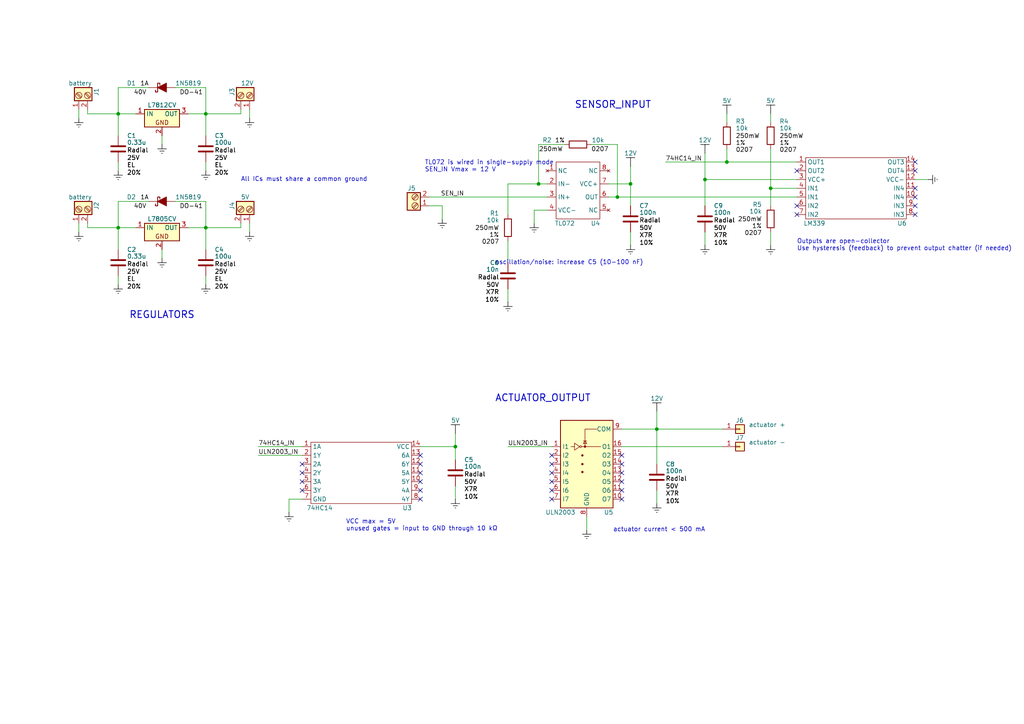
<source format=kicad_sch>
(kicad_sch
	(version 20231120)
	(generator "eeschema")
	(generator_version "8.0")
	(uuid "9486cea2-9300-4def-9b47-0c3a562a9309")
	(paper "A4")
	(title_block
		(title "Single_Neuron")
		(date "2025-10-03")
		(rev "V1")
		(company "ICBT CAMPUS")
		(comment 1 "LJMU")
		(comment 2 "Author : Prageeth M")
	)
	(lib_symbols
		(symbol "74HC14:74HC14"
			(exclude_from_sim no)
			(in_bom yes)
			(on_board yes)
			(property "Reference" "U"
				(at 0 0 0)
				(effects
					(font
						(size 1.27 1.27)
					)
				)
			)
			(property "Value" "74HC14"
				(at 0 -2.54 0)
				(effects
					(font
						(size 1.27 1.27)
					)
				)
			)
			(property "Footprint" ""
				(at 0 0 0)
				(effects
					(font
						(size 1.27 1.27)
					)
					(hide yes)
				)
			)
			(property "Datasheet" "https://www.ti.com/lit/ds/symlink/sn74hc14.pdf?ts=1755690429281"
				(at 0 -25.4 0)
				(effects
					(font
						(size 1.27 1.27)
					)
					(hide yes)
				)
			)
			(property "Description" " Hex Inverters with Schmitt-Trigger Input"
				(at 0 -22.86 0)
				(effects
					(font
						(size 1.27 1.27)
					)
					(hide yes)
				)
			)
			(symbol "74HC14_0_1"
				(rectangle
					(start -13.97 -3.81)
					(end 15.24 -21.59)
					(stroke
						(width 0)
						(type default)
					)
					(fill
						(type none)
					)
				)
			)
			(symbol "74HC14_1_1"
				(pin input line
					(at -16.51 -5.08 0)
					(length 2.54)
					(name "1A"
						(effects
							(font
								(size 1.27 1.27)
							)
						)
					)
					(number "1"
						(effects
							(font
								(size 1.27 1.27)
							)
						)
					)
				)
				(pin output line
					(at 17.78 -15.24 180)
					(length 2.54)
					(name "5Y"
						(effects
							(font
								(size 1.27 1.27)
							)
						)
					)
					(number "10"
						(effects
							(font
								(size 1.27 1.27)
							)
						)
					)
				)
				(pin input line
					(at 17.78 -12.7 180)
					(length 2.54)
					(name "5A"
						(effects
							(font
								(size 1.27 1.27)
							)
						)
					)
					(number "11"
						(effects
							(font
								(size 1.27 1.27)
							)
						)
					)
				)
				(pin output line
					(at 17.78 -10.16 180)
					(length 2.54)
					(name "6Y"
						(effects
							(font
								(size 1.27 1.27)
							)
						)
					)
					(number "12"
						(effects
							(font
								(size 1.27 1.27)
							)
						)
					)
				)
				(pin input line
					(at 17.78 -7.62 180)
					(length 2.54)
					(name "6A"
						(effects
							(font
								(size 1.27 1.27)
							)
						)
					)
					(number "13"
						(effects
							(font
								(size 1.27 1.27)
							)
						)
					)
				)
				(pin power_in line
					(at 17.78 -5.08 180)
					(length 2.54)
					(name "VCC"
						(effects
							(font
								(size 1.27 1.27)
							)
						)
					)
					(number "14"
						(effects
							(font
								(size 1.27 1.27)
							)
						)
					)
				)
				(pin output line
					(at -16.51 -7.62 0)
					(length 2.54)
					(name "1Y"
						(effects
							(font
								(size 1.27 1.27)
							)
						)
					)
					(number "2"
						(effects
							(font
								(size 1.27 1.27)
							)
						)
					)
				)
				(pin input line
					(at -16.51 -10.16 0)
					(length 2.54)
					(name "2A"
						(effects
							(font
								(size 1.27 1.27)
							)
						)
					)
					(number "3"
						(effects
							(font
								(size 1.27 1.27)
							)
						)
					)
				)
				(pin output line
					(at -16.51 -12.7 0)
					(length 2.54)
					(name "2Y"
						(effects
							(font
								(size 1.27 1.27)
							)
						)
					)
					(number "4"
						(effects
							(font
								(size 1.27 1.27)
							)
						)
					)
				)
				(pin input line
					(at -16.51 -15.24 0)
					(length 2.54)
					(name "3A"
						(effects
							(font
								(size 1.27 1.27)
							)
						)
					)
					(number "5"
						(effects
							(font
								(size 1.27 1.27)
							)
						)
					)
				)
				(pin output line
					(at -16.51 -17.78 0)
					(length 2.54)
					(name "3Y"
						(effects
							(font
								(size 1.27 1.27)
							)
						)
					)
					(number "6"
						(effects
							(font
								(size 1.27 1.27)
							)
						)
					)
				)
				(pin power_in line
					(at -16.51 -20.32 0)
					(length 2.54)
					(name "GND"
						(effects
							(font
								(size 1.27 1.27)
							)
						)
					)
					(number "7"
						(effects
							(font
								(size 1.27 1.27)
							)
						)
					)
				)
				(pin output line
					(at 17.78 -20.32 180)
					(length 2.54)
					(name "4Y"
						(effects
							(font
								(size 1.27 1.27)
							)
						)
					)
					(number "8"
						(effects
							(font
								(size 1.27 1.27)
							)
						)
					)
				)
				(pin input line
					(at 17.78 -17.78 180)
					(length 2.54)
					(name "4A"
						(effects
							(font
								(size 1.27 1.27)
							)
						)
					)
					(number "9"
						(effects
							(font
								(size 1.27 1.27)
							)
						)
					)
				)
			)
		)
		(symbol "Connector_Generic:Conn_01x01"
			(pin_names
				(offset 1.016) hide)
			(exclude_from_sim no)
			(in_bom yes)
			(on_board yes)
			(property "Reference" "J"
				(at 0 2.54 0)
				(effects
					(font
						(size 1.27 1.27)
					)
				)
			)
			(property "Value" "Conn_01x01"
				(at 0 -2.54 0)
				(effects
					(font
						(size 1.27 1.27)
					)
				)
			)
			(property "Footprint" ""
				(at 0 0 0)
				(effects
					(font
						(size 1.27 1.27)
					)
					(hide yes)
				)
			)
			(property "Datasheet" "~"
				(at 0 0 0)
				(effects
					(font
						(size 1.27 1.27)
					)
					(hide yes)
				)
			)
			(property "Description" "Generic connector, single row, 01x01, script generated (kicad-library-utils/schlib/autogen/connector/)"
				(at 0 0 0)
				(effects
					(font
						(size 1.27 1.27)
					)
					(hide yes)
				)
			)
			(property "ki_keywords" "connector"
				(at 0 0 0)
				(effects
					(font
						(size 1.27 1.27)
					)
					(hide yes)
				)
			)
			(property "ki_fp_filters" "Connector*:*_1x??_*"
				(at 0 0 0)
				(effects
					(font
						(size 1.27 1.27)
					)
					(hide yes)
				)
			)
			(symbol "Conn_01x01_1_1"
				(rectangle
					(start -1.27 0.127)
					(end 0 -0.127)
					(stroke
						(width 0.1524)
						(type default)
					)
					(fill
						(type none)
					)
				)
				(rectangle
					(start -1.27 1.27)
					(end 1.27 -1.27)
					(stroke
						(width 0.254)
						(type default)
					)
					(fill
						(type background)
					)
				)
				(pin passive line
					(at -5.08 0 0)
					(length 3.81)
					(name "Pin_1"
						(effects
							(font
								(size 1.27 1.27)
							)
						)
					)
					(number "1"
						(effects
							(font
								(size 1.27 1.27)
							)
						)
					)
				)
			)
		)
		(symbol "Device:C"
			(pin_numbers hide)
			(pin_names
				(offset 0.254)
			)
			(exclude_from_sim no)
			(in_bom yes)
			(on_board yes)
			(property "Reference" "C"
				(at 0.635 2.54 0)
				(effects
					(font
						(size 1.27 1.27)
					)
					(justify left)
				)
			)
			(property "Value" "C"
				(at 0.635 -2.54 0)
				(effects
					(font
						(size 1.27 1.27)
					)
					(justify left)
				)
			)
			(property "Footprint" ""
				(at 0.9652 -3.81 0)
				(effects
					(font
						(size 1.27 1.27)
					)
					(hide yes)
				)
			)
			(property "Datasheet" "~"
				(at 0 0 0)
				(effects
					(font
						(size 1.27 1.27)
					)
					(hide yes)
				)
			)
			(property "Description" "Unpolarized capacitor"
				(at 0 0 0)
				(effects
					(font
						(size 1.27 1.27)
					)
					(hide yes)
				)
			)
			(property "ki_keywords" "cap capacitor"
				(at 0 0 0)
				(effects
					(font
						(size 1.27 1.27)
					)
					(hide yes)
				)
			)
			(property "ki_fp_filters" "C_*"
				(at 0 0 0)
				(effects
					(font
						(size 1.27 1.27)
					)
					(hide yes)
				)
			)
			(symbol "C_0_1"
				(polyline
					(pts
						(xy -2.032 -0.762) (xy 2.032 -0.762)
					)
					(stroke
						(width 0.508)
						(type default)
					)
					(fill
						(type none)
					)
				)
				(polyline
					(pts
						(xy -2.032 0.762) (xy 2.032 0.762)
					)
					(stroke
						(width 0.508)
						(type default)
					)
					(fill
						(type none)
					)
				)
			)
			(symbol "C_1_1"
				(pin passive line
					(at 0 3.81 270)
					(length 2.794)
					(name "~"
						(effects
							(font
								(size 1.27 1.27)
							)
						)
					)
					(number "1"
						(effects
							(font
								(size 1.27 1.27)
							)
						)
					)
				)
				(pin passive line
					(at 0 -3.81 90)
					(length 2.794)
					(name "~"
						(effects
							(font
								(size 1.27 1.27)
							)
						)
					)
					(number "2"
						(effects
							(font
								(size 1.27 1.27)
							)
						)
					)
				)
			)
		)
		(symbol "Device:R"
			(pin_numbers hide)
			(pin_names
				(offset 0)
			)
			(exclude_from_sim no)
			(in_bom yes)
			(on_board yes)
			(property "Reference" "R"
				(at 2.032 0 90)
				(effects
					(font
						(size 1.27 1.27)
					)
				)
			)
			(property "Value" "R"
				(at 0 0 90)
				(effects
					(font
						(size 1.27 1.27)
					)
				)
			)
			(property "Footprint" ""
				(at -1.778 0 90)
				(effects
					(font
						(size 1.27 1.27)
					)
					(hide yes)
				)
			)
			(property "Datasheet" "~"
				(at 0 0 0)
				(effects
					(font
						(size 1.27 1.27)
					)
					(hide yes)
				)
			)
			(property "Description" "Resistor"
				(at 0 0 0)
				(effects
					(font
						(size 1.27 1.27)
					)
					(hide yes)
				)
			)
			(property "ki_keywords" "R res resistor"
				(at 0 0 0)
				(effects
					(font
						(size 1.27 1.27)
					)
					(hide yes)
				)
			)
			(property "ki_fp_filters" "R_*"
				(at 0 0 0)
				(effects
					(font
						(size 1.27 1.27)
					)
					(hide yes)
				)
			)
			(symbol "R_0_1"
				(rectangle
					(start -1.016 -2.54)
					(end 1.016 2.54)
					(stroke
						(width 0.254)
						(type default)
					)
					(fill
						(type none)
					)
				)
			)
			(symbol "R_1_1"
				(pin passive line
					(at 0 3.81 270)
					(length 1.27)
					(name "~"
						(effects
							(font
								(size 1.27 1.27)
							)
						)
					)
					(number "1"
						(effects
							(font
								(size 1.27 1.27)
							)
						)
					)
				)
				(pin passive line
					(at 0 -3.81 90)
					(length 1.27)
					(name "~"
						(effects
							(font
								(size 1.27 1.27)
							)
						)
					)
					(number "2"
						(effects
							(font
								(size 1.27 1.27)
							)
						)
					)
				)
			)
		)
		(symbol "PCM_Diode_Schottky_AKL:1N5819"
			(pin_numbers hide)
			(pin_names
				(offset 1.016) hide)
			(exclude_from_sim no)
			(in_bom yes)
			(on_board yes)
			(property "Reference" "D"
				(at 0 5.08 0)
				(effects
					(font
						(size 1.27 1.27)
					)
				)
			)
			(property "Value" "1N5819"
				(at 0 2.54 0)
				(effects
					(font
						(size 1.27 1.27)
					)
				)
			)
			(property "Footprint" "PCM_Diode_THT_AKL:D_DO-41_SOD81_P7.62mm_Horizontal"
				(at 0 0 0)
				(effects
					(font
						(size 1.27 1.27)
					)
					(hide yes)
				)
			)
			(property "Datasheet" "https://www.tme.eu/Document/1dcb17797cd83f32e896ece3030f14cc/1n5817-19.pdf"
				(at 0 0 0)
				(effects
					(font
						(size 1.27 1.27)
					)
					(hide yes)
				)
			)
			(property "Description" "DO-41 Schottky diode, 40V, 1A, Alternate KiCAD Library"
				(at 0 0 0)
				(effects
					(font
						(size 1.27 1.27)
					)
					(hide yes)
				)
			)
			(property "ki_keywords" "diode Schottky 1N5819"
				(at 0 0 0)
				(effects
					(font
						(size 1.27 1.27)
					)
					(hide yes)
				)
			)
			(property "ki_fp_filters" "TO-???* *_Diode_* *SingleDiode* D_*"
				(at 0 0 0)
				(effects
					(font
						(size 1.27 1.27)
					)
					(hide yes)
				)
			)
			(symbol "1N5819_0_1"
				(polyline
					(pts
						(xy -1.27 0) (xy 1.27 0)
					)
					(stroke
						(width 0)
						(type default)
					)
					(fill
						(type none)
					)
				)
				(polyline
					(pts
						(xy -1.27 -1.27) (xy -1.27 1.27) (xy 1.27 0) (xy -1.27 -1.27)
					)
					(stroke
						(width 0.254)
						(type default)
					)
					(fill
						(type outline)
					)
				)
				(polyline
					(pts
						(xy 1.905 -0.762) (xy 1.905 -1.27) (xy 1.27 -1.27) (xy 1.27 1.27) (xy 0.635 1.27) (xy 0.635 0.762)
					)
					(stroke
						(width 0.254)
						(type default)
					)
					(fill
						(type none)
					)
				)
			)
			(symbol "1N5819_0_2"
				(polyline
					(pts
						(xy -2.54 -2.54) (xy 2.54 2.54)
					)
					(stroke
						(width 0)
						(type default)
					)
					(fill
						(type none)
					)
				)
				(polyline
					(pts
						(xy 0 1.778) (xy 1.778 0)
					)
					(stroke
						(width 0.254)
						(type default)
					)
					(fill
						(type none)
					)
				)
				(polyline
					(pts
						(xy 0 1.778) (xy -0.381 1.397) (xy 0 1.016)
					)
					(stroke
						(width 0.254)
						(type default)
					)
					(fill
						(type none)
					)
				)
				(polyline
					(pts
						(xy 1.778 0) (xy 2.159 0.381) (xy 1.778 0.762)
					)
					(stroke
						(width 0.254)
						(type default)
					)
					(fill
						(type none)
					)
				)
				(polyline
					(pts
						(xy -0.889 -0.889) (xy -1.778 0) (xy 0.889 0.889) (xy 0 -1.778) (xy -0.889 -0.889)
					)
					(stroke
						(width 0.254)
						(type default)
					)
					(fill
						(type outline)
					)
				)
			)
			(symbol "1N5819_1_1"
				(pin passive line
					(at 3.81 0 180)
					(length 2.54)
					(name "K"
						(effects
							(font
								(size 1.27 1.27)
							)
						)
					)
					(number "1"
						(effects
							(font
								(size 1.27 1.27)
							)
						)
					)
				)
				(pin passive line
					(at -3.81 0 0)
					(length 2.54)
					(name "A"
						(effects
							(font
								(size 1.27 1.27)
							)
						)
					)
					(number "2"
						(effects
							(font
								(size 1.27 1.27)
							)
						)
					)
				)
			)
			(symbol "1N5819_1_2"
				(pin passive line
					(at 2.54 2.54 180)
					(length 0)
					(name "K"
						(effects
							(font
								(size 1.27 1.27)
							)
						)
					)
					(number "1"
						(effects
							(font
								(size 1.27 1.27)
							)
						)
					)
				)
				(pin passive line
					(at -2.54 -2.54 0)
					(length 0)
					(name "A"
						(effects
							(font
								(size 1.27 1.27)
							)
						)
					)
					(number "2"
						(effects
							(font
								(size 1.27 1.27)
							)
						)
					)
				)
			)
		)
		(symbol "PCM_SL_Screw_Terminal:Screw_Terminal_2_P5.00mm"
			(exclude_from_sim no)
			(in_bom yes)
			(on_board yes)
			(property "Reference" "J"
				(at 0 3.81 0)
				(effects
					(font
						(size 1.27 1.27)
					)
				)
			)
			(property "Value" "Screw_Terminal_2_P5.00mm"
				(at 0 -3.81 0)
				(effects
					(font
						(size 1.27 1.27)
					)
				)
			)
			(property "Footprint" "TerminalBlock_Phoenix:TerminalBlock_Phoenix_PT-1,5-2-5.0-H_1x02_P5.00mm_Horizontal"
				(at 1.27 -6.35 0)
				(effects
					(font
						(size 1.27 1.27)
					)
					(hide yes)
				)
			)
			(property "Datasheet" ""
				(at 0 0 0)
				(effects
					(font
						(size 1.27 1.27)
					)
					(hide yes)
				)
			)
			(property "Description" ""
				(at 0 0 0)
				(effects
					(font
						(size 1.27 1.27)
					)
					(hide yes)
				)
			)
			(property "ki_keywords" "Screw Terminal"
				(at 0 0 0)
				(effects
					(font
						(size 1.27 1.27)
					)
					(hide yes)
				)
			)
			(symbol "Screw_Terminal_2_P5.00mm_0_1"
				(rectangle
					(start -1.27 2.54)
					(end 2.54 -2.54)
					(stroke
						(width 0.3)
						(type default)
					)
					(fill
						(type background)
					)
				)
				(polyline
					(pts
						(xy -0.254 -2.032) (xy 1.016 -0.762)
					)
					(stroke
						(width 0)
						(type default)
					)
					(fill
						(type none)
					)
				)
				(polyline
					(pts
						(xy -0.254 0.508) (xy 1.016 1.778)
					)
					(stroke
						(width 0)
						(type default)
					)
					(fill
						(type none)
					)
				)
				(polyline
					(pts
						(xy 0 -1.27) (xy -0.508 -1.778) (xy 0.762 -0.508)
					)
					(stroke
						(width 0)
						(type default)
					)
					(fill
						(type none)
					)
				)
				(polyline
					(pts
						(xy 0 1.27) (xy -0.508 0.762) (xy 0.762 2.032)
					)
					(stroke
						(width 0)
						(type default)
					)
					(fill
						(type none)
					)
				)
				(circle
					(center 0.254 -1.27)
					(radius 0.9158)
					(stroke
						(width 0)
						(type default)
					)
					(fill
						(type none)
					)
				)
				(circle
					(center 0.254 1.27)
					(radius 0.9158)
					(stroke
						(width 0)
						(type default)
					)
					(fill
						(type none)
					)
				)
			)
			(symbol "Screw_Terminal_2_P5.00mm_1_1"
				(pin passive line
					(at -3.81 1.27 0)
					(length 2.54)
					(name ""
						(effects
							(font
								(size 1.27 1.27)
							)
						)
					)
					(number "1"
						(effects
							(font
								(size 1.27 1.27)
							)
						)
					)
				)
				(pin passive line
					(at -3.81 -1.27 0)
					(length 2.54)
					(name ""
						(effects
							(font
								(size 1.27 1.27)
							)
						)
					)
					(number "2"
						(effects
							(font
								(size 1.27 1.27)
							)
						)
					)
				)
			)
		)
		(symbol "PCM_Voltage_Regulator_AKL:L7805CV"
			(exclude_from_sim no)
			(in_bom yes)
			(on_board yes)
			(property "Reference" "U"
				(at 0 6.35 0)
				(effects
					(font
						(size 1.27 1.27)
					)
				)
			)
			(property "Value" "L7805CV"
				(at 0 3.81 0)
				(effects
					(font
						(size 1.27 1.27)
					)
				)
			)
			(property "Footprint" "PCM_Package_TO_SOT_THT_AKL:TO-220-3_Vertical"
				(at 0 0 0)
				(effects
					(font
						(size 1.27 1.27)
					)
					(hide yes)
				)
			)
			(property "Datasheet" "https://www.tme.eu/Document/ca9f9ea733232dbf9060d5224849cc58/L78.pdf"
				(at 0 0 0)
				(effects
					(font
						(size 1.27 1.27)
					)
					(hide yes)
				)
			)
			(property "Description" "TO-220 5V 1.5A 3-terminal voltage regulator, Alternate KiCad Library"
				(at 0 0 0)
				(effects
					(font
						(size 1.27 1.27)
					)
					(hide yes)
				)
			)
			(property "ki_keywords" "7805 5V 1.5A voltage regulator vreg pmic power supply 3-terminal"
				(at 0 0 0)
				(effects
					(font
						(size 1.27 1.27)
					)
					(hide yes)
				)
			)
			(symbol "L7805CV_0_0"
				(rectangle
					(start -5.08 1.27)
					(end 5.08 -3.81)
					(stroke
						(width 0.254)
						(type default)
					)
					(fill
						(type background)
					)
				)
				(text "GND"
					(at 0 -2.54 0)
					(effects
						(font
							(size 1.27 1.27)
						)
					)
				)
			)
			(symbol "L7805CV_1_1"
				(pin power_in line
					(at -7.62 0 0)
					(length 2.54)
					(name "IN"
						(effects
							(font
								(size 1.27 1.27)
							)
						)
					)
					(number "1"
						(effects
							(font
								(size 1.27 1.27)
							)
						)
					)
				)
				(pin power_in line
					(at 0 -6.35 90)
					(length 2.54)
					(name "~"
						(effects
							(font
								(size 1.27 1.27)
							)
						)
					)
					(number "2"
						(effects
							(font
								(size 1.27 1.27)
							)
						)
					)
				)
				(pin power_out line
					(at 7.62 0 180)
					(length 2.54)
					(name "OUT"
						(effects
							(font
								(size 1.27 1.27)
							)
						)
					)
					(number "3"
						(effects
							(font
								(size 1.27 1.27)
							)
						)
					)
				)
			)
		)
		(symbol "PCM_Voltage_Regulator_AKL:L7812CV"
			(exclude_from_sim no)
			(in_bom yes)
			(on_board yes)
			(property "Reference" "U"
				(at 0 6.35 0)
				(effects
					(font
						(size 1.27 1.27)
					)
				)
			)
			(property "Value" "L7812CV"
				(at 0 3.81 0)
				(effects
					(font
						(size 1.27 1.27)
					)
				)
			)
			(property "Footprint" "PCM_Package_TO_SOT_THT_AKL:TO-220-3_Vertical"
				(at 0 0 0)
				(effects
					(font
						(size 1.27 1.27)
					)
					(hide yes)
				)
			)
			(property "Datasheet" "https://www.tme.eu/Document/ca9f9ea733232dbf9060d5224849cc58/L78.pdf"
				(at 0 0 0)
				(effects
					(font
						(size 1.27 1.27)
					)
					(hide yes)
				)
			)
			(property "Description" "TO-220 12V 1.5A 3-terminal voltage regulator, Alternate KiCad Library"
				(at 0 0 0)
				(effects
					(font
						(size 1.27 1.27)
					)
					(hide yes)
				)
			)
			(property "ki_keywords" "7812 12V 1.5A voltage regulator vreg pmic power supply 3-terminal"
				(at 0 0 0)
				(effects
					(font
						(size 1.27 1.27)
					)
					(hide yes)
				)
			)
			(symbol "L7812CV_0_0"
				(rectangle
					(start -5.08 1.27)
					(end 5.08 -3.81)
					(stroke
						(width 0.254)
						(type default)
					)
					(fill
						(type background)
					)
				)
				(text "GND"
					(at 0 -2.54 0)
					(effects
						(font
							(size 1.27 1.27)
						)
					)
				)
			)
			(symbol "L7812CV_1_1"
				(pin power_in line
					(at -7.62 0 0)
					(length 2.54)
					(name "IN"
						(effects
							(font
								(size 1.27 1.27)
							)
						)
					)
					(number "1"
						(effects
							(font
								(size 1.27 1.27)
							)
						)
					)
				)
				(pin power_in line
					(at 0 -6.35 90)
					(length 2.54)
					(name "~"
						(effects
							(font
								(size 1.27 1.27)
							)
						)
					)
					(number "2"
						(effects
							(font
								(size 1.27 1.27)
							)
						)
					)
				)
				(pin power_out line
					(at 7.62 0 180)
					(length 2.54)
					(name "OUT"
						(effects
							(font
								(size 1.27 1.27)
							)
						)
					)
					(number "3"
						(effects
							(font
								(size 1.27 1.27)
							)
						)
					)
				)
			)
		)
		(symbol "TL072:TL072"
			(exclude_from_sim no)
			(in_bom yes)
			(on_board yes)
			(property "Reference" "U"
				(at 0 -1.27 0)
				(effects
					(font
						(size 1.27 1.27)
					)
				)
			)
			(property "Value" "TL072"
				(at 0 -3.81 0)
				(effects
					(font
						(size 1.27 1.27)
					)
				)
			)
			(property "Footprint" ""
				(at 0 -1.27 0)
				(effects
					(font
						(size 1.27 1.27)
					)
					(hide yes)
				)
			)
			(property "Datasheet" "https://www.ti.com/lit/ds/symlink/tl071.pdf"
				(at 0 -22.86 0)
				(effects
					(font
						(size 1.27 1.27)
					)
					(hide yes)
				)
			)
			(property "Description" " TL072 Low-Noise, FET-Input Operational Amplifier"
				(at 0 -25.4 0)
				(effects
					(font
						(size 1.27 1.27)
					)
					(hide yes)
				)
			)
			(symbol "TL072_0_1"
				(rectangle
					(start -6.35 -5.08)
					(end 6.35 -21.59)
					(stroke
						(width 0)
						(type default)
					)
					(fill
						(type none)
					)
				)
			)
			(symbol "TL072_1_1"
				(pin no_connect line
					(at -8.89 -7.62 0)
					(length 2.54)
					(name "NC"
						(effects
							(font
								(size 1.27 1.27)
							)
						)
					)
					(number "1"
						(effects
							(font
								(size 1.27 1.27)
							)
						)
					)
				)
				(pin input line
					(at -8.89 -11.43 0)
					(length 2.54)
					(name "IN-"
						(effects
							(font
								(size 1.27 1.27)
							)
						)
					)
					(number "2"
						(effects
							(font
								(size 1.27 1.27)
							)
						)
					)
				)
				(pin input line
					(at -8.89 -15.24 0)
					(length 2.54)
					(name "IN+"
						(effects
							(font
								(size 1.27 1.27)
							)
						)
					)
					(number "3"
						(effects
							(font
								(size 1.27 1.27)
							)
						)
					)
				)
				(pin power_in line
					(at -8.89 -19.05 0)
					(length 2.54)
					(name "VCC-"
						(effects
							(font
								(size 1.27 1.27)
							)
						)
					)
					(number "4"
						(effects
							(font
								(size 1.27 1.27)
							)
						)
					)
				)
				(pin no_connect line
					(at 8.89 -19.05 180)
					(length 2.54)
					(name "NC"
						(effects
							(font
								(size 1.27 1.27)
							)
						)
					)
					(number "5"
						(effects
							(font
								(size 1.27 1.27)
							)
						)
					)
				)
				(pin output line
					(at 8.89 -15.24 180)
					(length 2.54)
					(name "OUT"
						(effects
							(font
								(size 1.27 1.27)
							)
						)
					)
					(number "6"
						(effects
							(font
								(size 1.27 1.27)
							)
						)
					)
				)
				(pin power_in line
					(at 8.89 -11.43 180)
					(length 2.54)
					(name "VCC+"
						(effects
							(font
								(size 1.27 1.27)
							)
						)
					)
					(number "7"
						(effects
							(font
								(size 1.27 1.27)
							)
						)
					)
				)
				(pin no_connect line
					(at 8.89 -7.62 180)
					(length 2.54)
					(name "NC"
						(effects
							(font
								(size 1.27 1.27)
							)
						)
					)
					(number "8"
						(effects
							(font
								(size 1.27 1.27)
							)
						)
					)
				)
			)
		)
		(symbol "Transistor_Array:ULN2003"
			(exclude_from_sim no)
			(in_bom yes)
			(on_board yes)
			(property "Reference" "U"
				(at 0 15.875 0)
				(effects
					(font
						(size 1.27 1.27)
					)
				)
			)
			(property "Value" "ULN2003"
				(at 0 13.97 0)
				(effects
					(font
						(size 1.27 1.27)
					)
				)
			)
			(property "Footprint" ""
				(at 1.27 -13.97 0)
				(effects
					(font
						(size 1.27 1.27)
					)
					(justify left)
					(hide yes)
				)
			)
			(property "Datasheet" "http://www.ti.com/lit/ds/symlink/uln2003a.pdf"
				(at 2.54 -5.08 0)
				(effects
					(font
						(size 1.27 1.27)
					)
					(hide yes)
				)
			)
			(property "Description" "High Voltage, High Current Darlington Transistor Arrays, SOIC16/SOIC16W/DIP16/TSSOP16"
				(at 0 0 0)
				(effects
					(font
						(size 1.27 1.27)
					)
					(hide yes)
				)
			)
			(property "ki_keywords" "darlington transistor array"
				(at 0 0 0)
				(effects
					(font
						(size 1.27 1.27)
					)
					(hide yes)
				)
			)
			(property "ki_fp_filters" "DIP*W7.62mm* SOIC*3.9x9.9mm*P1.27mm* SSOP*4.4x5.2mm*P0.65mm* TSSOP*4.4x5mm*P0.65mm* SOIC*W*5.3x10.2mm*P1.27mm*"
				(at 0 0 0)
				(effects
					(font
						(size 1.27 1.27)
					)
					(hide yes)
				)
			)
			(symbol "ULN2003_0_1"
				(rectangle
					(start -7.62 -12.7)
					(end 7.62 12.7)
					(stroke
						(width 0.254)
						(type default)
					)
					(fill
						(type background)
					)
				)
				(circle
					(center -1.778 5.08)
					(radius 0.254)
					(stroke
						(width 0)
						(type default)
					)
					(fill
						(type none)
					)
				)
				(circle
					(center -1.27 -2.286)
					(radius 0.254)
					(stroke
						(width 0)
						(type default)
					)
					(fill
						(type outline)
					)
				)
				(circle
					(center -1.27 0)
					(radius 0.254)
					(stroke
						(width 0)
						(type default)
					)
					(fill
						(type outline)
					)
				)
				(circle
					(center -1.27 2.54)
					(radius 0.254)
					(stroke
						(width 0)
						(type default)
					)
					(fill
						(type outline)
					)
				)
				(circle
					(center -0.508 5.08)
					(radius 0.254)
					(stroke
						(width 0)
						(type default)
					)
					(fill
						(type outline)
					)
				)
				(polyline
					(pts
						(xy -4.572 5.08) (xy -3.556 5.08)
					)
					(stroke
						(width 0)
						(type default)
					)
					(fill
						(type none)
					)
				)
				(polyline
					(pts
						(xy -1.524 5.08) (xy 4.064 5.08)
					)
					(stroke
						(width 0)
						(type default)
					)
					(fill
						(type none)
					)
				)
				(polyline
					(pts
						(xy 0 6.731) (xy -1.016 6.731)
					)
					(stroke
						(width 0)
						(type default)
					)
					(fill
						(type none)
					)
				)
				(polyline
					(pts
						(xy -0.508 5.08) (xy -0.508 10.16) (xy 2.921 10.16)
					)
					(stroke
						(width 0)
						(type default)
					)
					(fill
						(type none)
					)
				)
				(polyline
					(pts
						(xy -3.556 6.096) (xy -3.556 4.064) (xy -2.032 5.08) (xy -3.556 6.096)
					)
					(stroke
						(width 0)
						(type default)
					)
					(fill
						(type none)
					)
				)
				(polyline
					(pts
						(xy 0 5.969) (xy -1.016 5.969) (xy -0.508 6.731) (xy 0 5.969)
					)
					(stroke
						(width 0)
						(type default)
					)
					(fill
						(type none)
					)
				)
			)
			(symbol "ULN2003_1_1"
				(pin input line
					(at -10.16 5.08 0)
					(length 2.54)
					(name "I1"
						(effects
							(font
								(size 1.27 1.27)
							)
						)
					)
					(number "1"
						(effects
							(font
								(size 1.27 1.27)
							)
						)
					)
				)
				(pin open_collector line
					(at 10.16 -10.16 180)
					(length 2.54)
					(name "O7"
						(effects
							(font
								(size 1.27 1.27)
							)
						)
					)
					(number "10"
						(effects
							(font
								(size 1.27 1.27)
							)
						)
					)
				)
				(pin open_collector line
					(at 10.16 -7.62 180)
					(length 2.54)
					(name "O6"
						(effects
							(font
								(size 1.27 1.27)
							)
						)
					)
					(number "11"
						(effects
							(font
								(size 1.27 1.27)
							)
						)
					)
				)
				(pin open_collector line
					(at 10.16 -5.08 180)
					(length 2.54)
					(name "O5"
						(effects
							(font
								(size 1.27 1.27)
							)
						)
					)
					(number "12"
						(effects
							(font
								(size 1.27 1.27)
							)
						)
					)
				)
				(pin open_collector line
					(at 10.16 -2.54 180)
					(length 2.54)
					(name "O4"
						(effects
							(font
								(size 1.27 1.27)
							)
						)
					)
					(number "13"
						(effects
							(font
								(size 1.27 1.27)
							)
						)
					)
				)
				(pin open_collector line
					(at 10.16 0 180)
					(length 2.54)
					(name "O3"
						(effects
							(font
								(size 1.27 1.27)
							)
						)
					)
					(number "14"
						(effects
							(font
								(size 1.27 1.27)
							)
						)
					)
				)
				(pin open_collector line
					(at 10.16 2.54 180)
					(length 2.54)
					(name "O2"
						(effects
							(font
								(size 1.27 1.27)
							)
						)
					)
					(number "15"
						(effects
							(font
								(size 1.27 1.27)
							)
						)
					)
				)
				(pin open_collector line
					(at 10.16 5.08 180)
					(length 2.54)
					(name "O1"
						(effects
							(font
								(size 1.27 1.27)
							)
						)
					)
					(number "16"
						(effects
							(font
								(size 1.27 1.27)
							)
						)
					)
				)
				(pin input line
					(at -10.16 2.54 0)
					(length 2.54)
					(name "I2"
						(effects
							(font
								(size 1.27 1.27)
							)
						)
					)
					(number "2"
						(effects
							(font
								(size 1.27 1.27)
							)
						)
					)
				)
				(pin input line
					(at -10.16 0 0)
					(length 2.54)
					(name "I3"
						(effects
							(font
								(size 1.27 1.27)
							)
						)
					)
					(number "3"
						(effects
							(font
								(size 1.27 1.27)
							)
						)
					)
				)
				(pin input line
					(at -10.16 -2.54 0)
					(length 2.54)
					(name "I4"
						(effects
							(font
								(size 1.27 1.27)
							)
						)
					)
					(number "4"
						(effects
							(font
								(size 1.27 1.27)
							)
						)
					)
				)
				(pin input line
					(at -10.16 -5.08 0)
					(length 2.54)
					(name "I5"
						(effects
							(font
								(size 1.27 1.27)
							)
						)
					)
					(number "5"
						(effects
							(font
								(size 1.27 1.27)
							)
						)
					)
				)
				(pin input line
					(at -10.16 -7.62 0)
					(length 2.54)
					(name "I6"
						(effects
							(font
								(size 1.27 1.27)
							)
						)
					)
					(number "6"
						(effects
							(font
								(size 1.27 1.27)
							)
						)
					)
				)
				(pin input line
					(at -10.16 -10.16 0)
					(length 2.54)
					(name "I7"
						(effects
							(font
								(size 1.27 1.27)
							)
						)
					)
					(number "7"
						(effects
							(font
								(size 1.27 1.27)
							)
						)
					)
				)
				(pin power_in line
					(at 0 -15.24 90)
					(length 2.54)
					(name "GND"
						(effects
							(font
								(size 1.27 1.27)
							)
						)
					)
					(number "8"
						(effects
							(font
								(size 1.27 1.27)
							)
						)
					)
				)
				(pin passive line
					(at 10.16 10.16 180)
					(length 2.54)
					(name "COM"
						(effects
							(font
								(size 1.27 1.27)
							)
						)
					)
					(number "9"
						(effects
							(font
								(size 1.27 1.27)
							)
						)
					)
				)
			)
		)
		(symbol "lm339:LM339"
			(exclude_from_sim no)
			(in_bom yes)
			(on_board yes)
			(property "Reference" "U"
				(at 0 2.54 0)
				(effects
					(font
						(size 1.27 1.27)
					)
				)
			)
			(property "Value" "LM339"
				(at 0 0 0)
				(effects
					(font
						(size 1.27 1.27)
					)
				)
			)
			(property "Footprint" ""
				(at -10.16 0 0)
				(effects
					(font
						(size 1.27 1.27)
					)
					(hide yes)
				)
			)
			(property "Datasheet" ""
				(at -10.16 0 0)
				(effects
					(font
						(size 1.27 1.27)
					)
					(hide yes)
				)
			)
			(property "Description" " Low-power quad voltage comparator"
				(at 1.27 -20.32 0)
				(effects
					(font
						(size 1.27 1.27)
					)
					(hide yes)
				)
			)
			(symbol "LM339_0_1"
				(rectangle
					(start -13.97 -1.27)
					(end 15.24 -19.05)
					(stroke
						(width 0)
						(type default)
					)
					(fill
						(type none)
					)
				)
			)
			(symbol "LM339_1_1"
				(pin output line
					(at -16.51 -2.54 0)
					(length 2.54)
					(name "OUT1"
						(effects
							(font
								(size 1.27 1.27)
							)
						)
					)
					(number "1"
						(effects
							(font
								(size 1.27 1.27)
							)
						)
					)
				)
				(pin input line
					(at 17.78 -12.7 180)
					(length 2.54)
					(name "IN4"
						(effects
							(font
								(size 1.27 1.27)
							)
						)
					)
					(number "10"
						(effects
							(font
								(size 1.27 1.27)
							)
						)
					)
				)
				(pin input line
					(at 17.78 -10.16 180)
					(length 2.54)
					(name "IN4"
						(effects
							(font
								(size 1.27 1.27)
							)
						)
					)
					(number "11"
						(effects
							(font
								(size 1.27 1.27)
							)
						)
					)
				)
				(pin power_in line
					(at 17.78 -7.62 180)
					(length 2.54)
					(name "VCC-"
						(effects
							(font
								(size 1.27 1.27)
							)
						)
					)
					(number "12"
						(effects
							(font
								(size 1.27 1.27)
							)
						)
					)
				)
				(pin output line
					(at 17.78 -5.08 180)
					(length 2.54)
					(name "OUT4"
						(effects
							(font
								(size 1.27 1.27)
							)
						)
					)
					(number "13"
						(effects
							(font
								(size 1.27 1.27)
							)
						)
					)
				)
				(pin output line
					(at 17.78 -2.54 180)
					(length 2.54)
					(name "OUT3"
						(effects
							(font
								(size 1.27 1.27)
							)
						)
					)
					(number "14"
						(effects
							(font
								(size 1.27 1.27)
							)
						)
					)
				)
				(pin output line
					(at -16.51 -5.08 0)
					(length 2.54)
					(name "OUT2"
						(effects
							(font
								(size 1.27 1.27)
							)
						)
					)
					(number "2"
						(effects
							(font
								(size 1.27 1.27)
							)
						)
					)
				)
				(pin power_in line
					(at -16.51 -7.62 0)
					(length 2.54)
					(name "VCC+"
						(effects
							(font
								(size 1.27 1.27)
							)
						)
					)
					(number "3"
						(effects
							(font
								(size 1.27 1.27)
							)
						)
					)
				)
				(pin input line
					(at -16.51 -10.16 0)
					(length 2.54)
					(name "IN1"
						(effects
							(font
								(size 1.27 1.27)
							)
						)
					)
					(number "4"
						(effects
							(font
								(size 1.27 1.27)
							)
						)
					)
				)
				(pin input line
					(at -16.51 -12.7 0)
					(length 2.54)
					(name "IN1"
						(effects
							(font
								(size 1.27 1.27)
							)
						)
					)
					(number "5"
						(effects
							(font
								(size 1.27 1.27)
							)
						)
					)
				)
				(pin input line
					(at -16.51 -15.24 0)
					(length 2.54)
					(name "IN2"
						(effects
							(font
								(size 1.27 1.27)
							)
						)
					)
					(number "6"
						(effects
							(font
								(size 1.27 1.27)
							)
						)
					)
				)
				(pin input line
					(at -16.51 -17.78 0)
					(length 2.54)
					(name "IN2"
						(effects
							(font
								(size 1.27 1.27)
							)
						)
					)
					(number "7"
						(effects
							(font
								(size 1.27 1.27)
							)
						)
					)
				)
				(pin input line
					(at 17.78 -17.78 180)
					(length 2.54)
					(name "IN3"
						(effects
							(font
								(size 1.27 1.27)
							)
						)
					)
					(number "8"
						(effects
							(font
								(size 1.27 1.27)
							)
						)
					)
				)
				(pin input line
					(at 17.78 -15.24 180)
					(length 2.54)
					(name "IN3"
						(effects
							(font
								(size 1.27 1.27)
							)
						)
					)
					(number "9"
						(effects
							(font
								(size 1.27 1.27)
							)
						)
					)
				)
			)
		)
		(symbol "power:+12V"
			(power)
			(pin_numbers hide)
			(pin_names
				(offset 0) hide)
			(exclude_from_sim no)
			(in_bom yes)
			(on_board yes)
			(property "Reference" "#PWR012"
				(at 0 -3.81 0)
				(effects
					(font
						(size 1.27 1.27)
					)
					(hide yes)
				)
			)
			(property "Value" "+12V"
				(at 0 5.08 0)
				(effects
					(font
						(size 1.27 1.27)
					)
				)
			)
			(property "Footprint" ""
				(at 0 0 0)
				(effects
					(font
						(size 1.27 1.27)
					)
					(hide yes)
				)
			)
			(property "Datasheet" ""
				(at 0 0 0)
				(effects
					(font
						(size 1.27 1.27)
					)
					(hide yes)
				)
			)
			(property "Description" "Power symbol creates a global label with name \"+12V\""
				(at -1.27 -1.27 0)
				(effects
					(font
						(size 1.27 1.27)
					)
					(hide yes)
				)
			)
			(property "ki_keywords" "global power"
				(at 0 0 0)
				(effects
					(font
						(size 1.27 1.27)
					)
					(hide yes)
				)
			)
			(symbol "+12V_0_1"
				(polyline
					(pts
						(xy -1.27 2.54) (xy 0 2.54)
					)
					(stroke
						(width 0)
						(type default)
						(color 0 0 0 1)
					)
					(fill
						(type none)
					)
				)
				(polyline
					(pts
						(xy 0 0) (xy 0 2.54)
					)
					(stroke
						(width 0)
						(type default)
						(color 0 0 0 1)
					)
					(fill
						(type none)
					)
				)
				(polyline
					(pts
						(xy 0 2.54) (xy 1.27 2.54)
					)
					(stroke
						(width 0)
						(type default)
						(color 0 0 0 1)
					)
					(fill
						(type none)
					)
				)
			)
			(symbol "+12V_1_1"
				(pin power_in line
					(at 0 0 90)
					(length 0)
					(name "~"
						(effects
							(font
								(size 1.27 1.27)
							)
						)
					)
					(number "1"
						(effects
							(font
								(size 1.27 1.27)
							)
						)
					)
				)
			)
		)
		(symbol "power:+5V"
			(power)
			(pin_numbers hide)
			(pin_names
				(offset 0) hide)
			(exclude_from_sim no)
			(in_bom yes)
			(on_board yes)
			(property "Reference" "#PWR011"
				(at 0 -3.81 0)
				(effects
					(font
						(size 1.27 1.27)
					)
					(hide yes)
				)
			)
			(property "Value" "+5V"
				(at 0 5.08 0)
				(effects
					(font
						(size 1.27 1.27)
					)
				)
			)
			(property "Footprint" ""
				(at 0 0 0)
				(effects
					(font
						(size 1.27 1.27)
					)
					(hide yes)
				)
			)
			(property "Datasheet" ""
				(at 0 0 0)
				(effects
					(font
						(size 1.27 1.27)
					)
					(hide yes)
				)
			)
			(property "Description" "Power symbol creates a global label with name \"+5V\""
				(at 0 0 0)
				(effects
					(font
						(size 1.27 1.27)
					)
					(hide yes)
				)
			)
			(property "ki_keywords" "global power"
				(at 0 0 0)
				(effects
					(font
						(size 1.27 1.27)
					)
					(hide yes)
				)
			)
			(symbol "+5V_0_1"
				(polyline
					(pts
						(xy -1.27 2.54) (xy 0 2.54)
					)
					(stroke
						(width 0)
						(type default)
						(color 0 0 0 1)
					)
					(fill
						(type none)
					)
				)
				(polyline
					(pts
						(xy 0 0) (xy 0 2.54)
					)
					(stroke
						(width 0)
						(type default)
						(color 0 0 0 1)
					)
					(fill
						(type none)
					)
				)
				(polyline
					(pts
						(xy 0 2.54) (xy 1.27 2.54)
					)
					(stroke
						(width 0)
						(type default)
						(color 0 0 0 1)
					)
					(fill
						(type none)
					)
				)
			)
			(symbol "+5V_1_1"
				(pin power_in line
					(at 0 0 90)
					(length 0)
					(name "~"
						(effects
							(font
								(size 1.27 1.27)
							)
						)
					)
					(number "1"
						(effects
							(font
								(size 1.27 1.27)
							)
						)
					)
				)
			)
		)
		(symbol "power:Earth"
			(power)
			(pin_numbers hide)
			(pin_names
				(offset 0) hide)
			(exclude_from_sim no)
			(in_bom yes)
			(on_board yes)
			(property "Reference" "#PWR01"
				(at 0 -6.35 0)
				(effects
					(font
						(size 1.27 1.27)
					)
					(hide yes)
				)
			)
			(property "Value" "Earth"
				(at 0 -5.08 0)
				(effects
					(font
						(size 1.27 1.27)
					)
				)
			)
			(property "Footprint" ""
				(at 0 0 0)
				(effects
					(font
						(size 1.27 1.27)
					)
					(hide yes)
				)
			)
			(property "Datasheet" "~"
				(at 0 0 0)
				(effects
					(font
						(size 1.27 1.27)
					)
					(hide yes)
				)
			)
			(property "Description" "Power symbol creates a global label with name \"Earth\""
				(at 0 0 0)
				(effects
					(font
						(size 1.27 1.27)
					)
					(hide yes)
				)
			)
			(property "ki_keywords" "global ground gnd"
				(at 0 0 0)
				(effects
					(font
						(size 1.27 1.27)
					)
					(hide yes)
				)
			)
			(symbol "Earth_0_1"
				(polyline
					(pts
						(xy -0.635 -1.905) (xy 0.635 -1.905)
					)
					(stroke
						(width 0)
						(type default)
						(color 0 0 0 1)
					)
					(fill
						(type none)
					)
				)
				(polyline
					(pts
						(xy -0.127 -2.54) (xy 0.127 -2.54)
					)
					(stroke
						(width 0)
						(type default)
						(color 0 0 0 1)
					)
					(fill
						(type none)
					)
				)
				(polyline
					(pts
						(xy 0 -1.27) (xy 0 0)
					)
					(stroke
						(width 0)
						(type default)
						(color 0 0 0 1)
					)
					(fill
						(type none)
					)
				)
				(polyline
					(pts
						(xy 1.27 -1.27) (xy -1.27 -1.27)
					)
					(stroke
						(width 0)
						(type default)
						(color 0 0 0 1)
					)
					(fill
						(type none)
					)
				)
			)
			(symbol "Earth_1_1"
				(pin power_in line
					(at 0 0 270)
					(length 0)
					(name "~"
						(effects
							(font
								(size 1.27 1.27)
							)
						)
					)
					(number "1"
						(effects
							(font
								(size 1.27 1.27)
							)
						)
					)
				)
			)
		)
	)
	(junction
		(at 59.69 66.04)
		(diameter 0)
		(color 0 0 0 0)
		(uuid "147a5de1-1daf-4435-9698-d89a1dac5e7c")
	)
	(junction
		(at 223.52 54.61)
		(diameter 0)
		(color 0 0 0 0)
		(uuid "2c632847-8bb8-43af-8ab2-b5bb837fb47d")
	)
	(junction
		(at 179.07 57.15)
		(diameter 0)
		(color 0 0 0 0)
		(uuid "31c6d7d8-d98f-4e45-827b-9ae79bc56de9")
	)
	(junction
		(at 156.21 53.34)
		(diameter 0)
		(color 0 0 0 0)
		(uuid "41609363-8c58-4600-a03e-ae5b3bb99b8e")
	)
	(junction
		(at 132.08 129.54)
		(diameter 0)
		(color 0 0 0 0)
		(uuid "6690e7a1-4fdf-42d7-9264-3a53895fdea4")
	)
	(junction
		(at 182.88 53.34)
		(diameter 0)
		(color 0 0 0 0)
		(uuid "791dc500-35d0-42ce-9f07-c76ac3ec9bfe")
	)
	(junction
		(at 210.82 46.99)
		(diameter 0)
		(color 0 0 0 0)
		(uuid "8e2064be-ec41-466f-a79d-c7cd7375d97e")
	)
	(junction
		(at 59.69 33.02)
		(diameter 0)
		(color 0 0 0 0)
		(uuid "b5ef9899-8640-4abd-9065-948a4479edad")
	)
	(junction
		(at 204.47 52.07)
		(diameter 0)
		(color 0 0 0 0)
		(uuid "c9f559af-9e06-4b75-9a1a-bb055e0b53a2")
	)
	(junction
		(at 34.29 33.02)
		(diameter 0)
		(color 0 0 0 0)
		(uuid "cadebe80-97a9-49d9-9502-f0586a8f2113")
	)
	(junction
		(at 190.5 124.46)
		(diameter 0)
		(color 0 0 0 0)
		(uuid "d81d5630-1204-4faa-b065-21fde2c3eee4")
	)
	(junction
		(at 34.29 66.04)
		(diameter 0)
		(color 0 0 0 0)
		(uuid "fab1042a-2832-4c8b-9295-b333edf979f6")
	)
	(no_connect
		(at 231.14 59.69)
		(uuid "02287aae-1bec-4d4f-99af-b979017b9a38")
	)
	(no_connect
		(at 160.02 142.24)
		(uuid "05b833f6-6e18-4e70-b822-ea225955a105")
	)
	(no_connect
		(at 87.63 134.62)
		(uuid "0f72aa20-3df5-47b6-8c3b-cf3cda4168a1")
	)
	(no_connect
		(at 265.43 49.53)
		(uuid "2661969c-9fdf-48f0-b4cd-f011965d72bc")
	)
	(no_connect
		(at 180.34 132.08)
		(uuid "280f02da-d3d1-4c27-99ed-048ee7e9cb8e")
	)
	(no_connect
		(at 265.43 54.61)
		(uuid "2b3e24df-6a65-4f9a-ba8d-737abcf7d014")
	)
	(no_connect
		(at 231.14 62.23)
		(uuid "2ef69287-5483-43ce-a040-a948cd2f767c")
	)
	(no_connect
		(at 160.02 144.78)
		(uuid "331505e4-2488-44b1-9057-bd86ca79ef2e")
	)
	(no_connect
		(at 180.34 142.24)
		(uuid "46cef516-a048-4e6d-a68b-2379dce81dbf")
	)
	(no_connect
		(at 87.63 142.24)
		(uuid "596d744e-faee-47aa-8dd3-2b86fff82d65")
	)
	(no_connect
		(at 265.43 62.23)
		(uuid "6ca46e1b-63ff-48ac-88bb-d71e6fdd8a73")
	)
	(no_connect
		(at 160.02 139.7)
		(uuid "6d7fad76-e41d-4199-b300-6cc3a586e1e4")
	)
	(no_connect
		(at 180.34 139.7)
		(uuid "7bd4fc94-04b9-45e2-a31d-07bfdb1ec334")
	)
	(no_connect
		(at 265.43 57.15)
		(uuid "816f70ca-bdc7-4aa5-93ac-a11e2114b7b3")
	)
	(no_connect
		(at 160.02 132.08)
		(uuid "827ff8db-575b-439a-bf62-49cbb5c0653c")
	)
	(no_connect
		(at 180.34 134.62)
		(uuid "852ef1f5-cfe6-44cb-b109-86fb0841f969")
	)
	(no_connect
		(at 121.92 137.16)
		(uuid "96dc2627-e814-4a65-9042-84a6dcf8bf13")
	)
	(no_connect
		(at 87.63 137.16)
		(uuid "97b4fa9f-259f-4755-b591-b68d9820d274")
	)
	(no_connect
		(at 180.34 144.78)
		(uuid "98ba4631-7b16-401e-8024-16a0f9dfbd28")
	)
	(no_connect
		(at 87.63 139.7)
		(uuid "a241f503-72aa-4f7f-8afb-2f7366c66166")
	)
	(no_connect
		(at 265.43 59.69)
		(uuid "a3972314-83fd-4de1-991c-5e6ca3e7a307")
	)
	(no_connect
		(at 121.92 139.7)
		(uuid "ac22a3ad-4654-42f9-ba5a-7520ada41840")
	)
	(no_connect
		(at 121.92 132.08)
		(uuid "af123b82-e915-43d3-8678-c25a062cd4d4")
	)
	(no_connect
		(at 121.92 134.62)
		(uuid "b5c554e6-03e7-4dc3-822a-fa95a5415b84")
	)
	(no_connect
		(at 160.02 137.16)
		(uuid "d13b4455-46d9-40bd-be11-8ee5f1cf9ad6")
	)
	(no_connect
		(at 180.34 137.16)
		(uuid "d4072e53-945f-446b-aff4-2312d6be448e")
	)
	(no_connect
		(at 231.14 49.53)
		(uuid "e11e455e-f7e1-483d-9d5a-7bcb7e3c3c1c")
	)
	(no_connect
		(at 160.02 134.62)
		(uuid "e2b76e83-5a4a-4dee-a7ff-7ae094856a07")
	)
	(no_connect
		(at 121.92 142.24)
		(uuid "ef1c77f6-7fc7-4490-8fba-36c728b0861f")
	)
	(no_connect
		(at 265.43 46.99)
		(uuid "fac3f550-7ca9-45cd-b554-713fa131e843")
	)
	(no_connect
		(at 121.92 144.78)
		(uuid "fc512d64-b75e-4b43-9611-569875bc46a7")
	)
	(wire
		(pts
			(xy 59.69 66.04) (xy 69.85 66.04)
		)
		(stroke
			(width 0)
			(type default)
		)
		(uuid "01a95e12-88ab-4ba1-badc-280ae7c5fe48")
	)
	(wire
		(pts
			(xy 223.52 33.02) (xy 223.52 35.56)
		)
		(stroke
			(width 0)
			(type default)
		)
		(uuid "08823d24-2411-4b47-b049-b10842fde559")
	)
	(wire
		(pts
			(xy 147.32 129.54) (xy 160.02 129.54)
		)
		(stroke
			(width 0)
			(type default)
		)
		(uuid "08aea886-1d65-4836-9b02-e49d06126a5c")
	)
	(wire
		(pts
			(xy 34.29 33.02) (xy 34.29 39.37)
		)
		(stroke
			(width 0)
			(type default)
		)
		(uuid "08ed2026-8294-4642-bb35-9ba21fa9d220")
	)
	(wire
		(pts
			(xy 25.4 66.04) (xy 34.29 66.04)
		)
		(stroke
			(width 0)
			(type default)
		)
		(uuid "1442831a-b919-4d30-a39e-cc5931b12781")
	)
	(wire
		(pts
			(xy 180.34 129.54) (xy 209.55 129.54)
		)
		(stroke
			(width 0)
			(type default)
		)
		(uuid "193cb646-d22f-4903-a79a-c2b6a9df9f3b")
	)
	(wire
		(pts
			(xy 22.86 64.77) (xy 22.86 67.31)
		)
		(stroke
			(width 0)
			(type default)
		)
		(uuid "198a7a44-5889-4ae6-8b50-373dd1e20060")
	)
	(wire
		(pts
			(xy 231.14 52.07) (xy 204.47 52.07)
		)
		(stroke
			(width 0)
			(type default)
		)
		(uuid "1a39e43e-1996-4a2b-a0c7-2f1f52b4fd88")
	)
	(wire
		(pts
			(xy 83.82 144.78) (xy 83.82 148.59)
		)
		(stroke
			(width 0)
			(type default)
		)
		(uuid "1b53bbda-1c74-44a0-8aeb-e62b815eb46e")
	)
	(wire
		(pts
			(xy 182.88 48.26) (xy 182.88 53.34)
		)
		(stroke
			(width 0)
			(type default)
		)
		(uuid "1c1ab42b-bad8-4e1c-b6e2-1c2a29d7a5bb")
	)
	(wire
		(pts
			(xy 182.88 67.31) (xy 182.88 71.12)
		)
		(stroke
			(width 0)
			(type default)
		)
		(uuid "20912220-5e10-4e73-9da6-2143243f7f2f")
	)
	(wire
		(pts
			(xy 54.61 66.04) (xy 59.69 66.04)
		)
		(stroke
			(width 0)
			(type default)
		)
		(uuid "2208e6ed-c4ec-46ab-82b2-cd06eb60c010")
	)
	(wire
		(pts
			(xy 43.18 25.4) (xy 34.29 25.4)
		)
		(stroke
			(width 0)
			(type default)
		)
		(uuid "23af7ecb-e115-4dfd-92ef-e7a4460f3be6")
	)
	(wire
		(pts
			(xy 34.29 49.53) (xy 34.29 46.99)
		)
		(stroke
			(width 0)
			(type default)
		)
		(uuid "2c62ba59-6beb-4ef3-87d2-6b689a73b038")
	)
	(wire
		(pts
			(xy 204.47 67.31) (xy 204.47 71.12)
		)
		(stroke
			(width 0)
			(type default)
		)
		(uuid "2e778042-b424-46a8-b024-d9794532ce14")
	)
	(wire
		(pts
			(xy 72.39 64.77) (xy 72.39 67.31)
		)
		(stroke
			(width 0)
			(type default)
		)
		(uuid "308597e4-6b29-47bb-9f10-61ebf887389e")
	)
	(wire
		(pts
			(xy 154.94 60.96) (xy 154.94 64.77)
		)
		(stroke
			(width 0)
			(type default)
		)
		(uuid "308e1b29-5483-46e1-8e26-9e054389f59b")
	)
	(wire
		(pts
			(xy 156.21 41.91) (xy 163.83 41.91)
		)
		(stroke
			(width 0)
			(type default)
		)
		(uuid "34141922-222e-4fde-a41a-cba47920957a")
	)
	(wire
		(pts
			(xy 147.32 69.85) (xy 147.32 76.2)
		)
		(stroke
			(width 0)
			(type default)
		)
		(uuid "35ea71db-541a-46b2-bfe4-99ef02748529")
	)
	(wire
		(pts
			(xy 190.5 119.38) (xy 190.5 124.46)
		)
		(stroke
			(width 0)
			(type default)
		)
		(uuid "3754383e-bde8-4aed-8fd4-559681b1baa0")
	)
	(wire
		(pts
			(xy 46.99 74.93) (xy 46.99 72.39)
		)
		(stroke
			(width 0)
			(type default)
		)
		(uuid "3a60f36b-8e89-42c5-ab54-1c2dc9de359b")
	)
	(wire
		(pts
			(xy 74.93 129.54) (xy 87.63 129.54)
		)
		(stroke
			(width 0)
			(type default)
		)
		(uuid "3c3c3528-4e37-40f3-8d94-12237a869705")
	)
	(wire
		(pts
			(xy 231.14 54.61) (xy 223.52 54.61)
		)
		(stroke
			(width 0)
			(type default)
		)
		(uuid "3db004ba-5ece-426f-bd9a-8b8058f88fc7")
	)
	(wire
		(pts
			(xy 204.47 44.45) (xy 204.47 52.07)
		)
		(stroke
			(width 0)
			(type default)
		)
		(uuid "430e2fb5-a005-46da-9721-4d9f818c49a5")
	)
	(wire
		(pts
			(xy 121.92 129.54) (xy 132.08 129.54)
		)
		(stroke
			(width 0)
			(type default)
		)
		(uuid "464662f3-1a77-468e-b0a0-402007484b1c")
	)
	(wire
		(pts
			(xy 170.18 153.67) (xy 170.18 149.86)
		)
		(stroke
			(width 0)
			(type default)
		)
		(uuid "4983cd38-a117-453f-9887-34266e1383fa")
	)
	(wire
		(pts
			(xy 87.63 144.78) (xy 83.82 144.78)
		)
		(stroke
			(width 0)
			(type default)
		)
		(uuid "4ecb62ed-f9c7-4e60-9d72-77cd9d1230ca")
	)
	(wire
		(pts
			(xy 69.85 66.04) (xy 69.85 64.77)
		)
		(stroke
			(width 0)
			(type default)
		)
		(uuid "50476d4d-6222-4f85-9a34-8bf2dd142198")
	)
	(wire
		(pts
			(xy 190.5 124.46) (xy 190.5 134.62)
		)
		(stroke
			(width 0)
			(type default)
		)
		(uuid "50483a7b-1ee5-41e4-89a2-190066090a07")
	)
	(wire
		(pts
			(xy 265.43 52.07) (xy 269.24 52.07)
		)
		(stroke
			(width 0)
			(type default)
		)
		(uuid "50e6aa12-856b-4c94-9ca0-2f032dbce2f3")
	)
	(wire
		(pts
			(xy 25.4 66.04) (xy 25.4 64.77)
		)
		(stroke
			(width 0)
			(type default)
		)
		(uuid "533161f0-83f5-471c-be3f-6a2b8634d57e")
	)
	(wire
		(pts
			(xy 147.32 83.82) (xy 147.32 87.63)
		)
		(stroke
			(width 0)
			(type default)
		)
		(uuid "55ba6eb6-1cac-4d19-aa62-9768b52b867d")
	)
	(wire
		(pts
			(xy 39.37 66.04) (xy 34.29 66.04)
		)
		(stroke
			(width 0)
			(type default)
		)
		(uuid "5a9e6e70-6390-49e9-a854-06390769644f")
	)
	(wire
		(pts
			(xy 176.53 53.34) (xy 182.88 53.34)
		)
		(stroke
			(width 0)
			(type default)
		)
		(uuid "5b9234b4-37c3-4e3d-bcb8-387d8af1cd30")
	)
	(wire
		(pts
			(xy 190.5 142.24) (xy 190.5 146.05)
		)
		(stroke
			(width 0)
			(type default)
		)
		(uuid "62d8aae4-0a4f-45bd-9cf1-6d812d7c11a8")
	)
	(wire
		(pts
			(xy 223.52 54.61) (xy 223.52 43.18)
		)
		(stroke
			(width 0)
			(type default)
		)
		(uuid "63bedf26-5274-4577-80a5-8d3eebb2d12a")
	)
	(wire
		(pts
			(xy 46.99 41.91) (xy 46.99 39.37)
		)
		(stroke
			(width 0)
			(type default)
		)
		(uuid "6608cce7-3649-4359-a40e-8f38ede7c6a3")
	)
	(wire
		(pts
			(xy 210.82 46.99) (xy 210.82 43.18)
		)
		(stroke
			(width 0)
			(type default)
		)
		(uuid "6704f3c0-90e2-4119-b6b6-1b1b7da4bbf1")
	)
	(wire
		(pts
			(xy 124.46 59.69) (xy 128.27 59.69)
		)
		(stroke
			(width 0)
			(type default)
		)
		(uuid "68ede88d-8f8b-42df-ad4c-a92a119bc32c")
	)
	(wire
		(pts
			(xy 132.08 140.97) (xy 132.08 144.78)
		)
		(stroke
			(width 0)
			(type default)
		)
		(uuid "6a8d49b3-f46a-476d-be1e-779c2d5a27d0")
	)
	(wire
		(pts
			(xy 171.45 41.91) (xy 179.07 41.91)
		)
		(stroke
			(width 0)
			(type default)
		)
		(uuid "70991695-9a87-4852-807e-b8d7412b10fb")
	)
	(wire
		(pts
			(xy 34.29 66.04) (xy 34.29 72.39)
		)
		(stroke
			(width 0)
			(type default)
		)
		(uuid "72e06692-8db6-4278-a9db-591b38ab4ca7")
	)
	(wire
		(pts
			(xy 156.21 53.34) (xy 158.75 53.34)
		)
		(stroke
			(width 0)
			(type default)
		)
		(uuid "73c3be7e-4a35-488a-8c14-b4d4b1bbf3eb")
	)
	(wire
		(pts
			(xy 132.08 133.35) (xy 132.08 129.54)
		)
		(stroke
			(width 0)
			(type default)
		)
		(uuid "762d95af-b4e8-44ed-8002-fb5813f55978")
	)
	(wire
		(pts
			(xy 124.46 57.15) (xy 158.75 57.15)
		)
		(stroke
			(width 0)
			(type default)
		)
		(uuid "78ee0c06-a22a-4dde-930c-0ec697f9f010")
	)
	(wire
		(pts
			(xy 223.52 67.31) (xy 223.52 71.12)
		)
		(stroke
			(width 0)
			(type default)
		)
		(uuid "7dc4ec51-d4bd-437c-adca-a060229687d7")
	)
	(wire
		(pts
			(xy 147.32 53.34) (xy 147.32 62.23)
		)
		(stroke
			(width 0)
			(type default)
		)
		(uuid "8607d74b-a4ad-4a48-a760-c87094f33c9d")
	)
	(wire
		(pts
			(xy 147.32 53.34) (xy 156.21 53.34)
		)
		(stroke
			(width 0)
			(type default)
		)
		(uuid "88a7edee-de1c-4040-bbd1-6bbb379d9cd2")
	)
	(wire
		(pts
			(xy 132.08 129.54) (xy 132.08 125.73)
		)
		(stroke
			(width 0)
			(type default)
		)
		(uuid "8aceb646-c6c9-466b-af2c-5e17bb88b60a")
	)
	(wire
		(pts
			(xy 210.82 33.02) (xy 210.82 35.56)
		)
		(stroke
			(width 0)
			(type default)
		)
		(uuid "8f003f5d-897a-45ef-bc0b-633da71a40ed")
	)
	(wire
		(pts
			(xy 25.4 33.02) (xy 34.29 33.02)
		)
		(stroke
			(width 0)
			(type default)
		)
		(uuid "9017df1c-e759-4a84-b2bf-266cef10d3d8")
	)
	(wire
		(pts
			(xy 22.86 31.75) (xy 22.86 34.29)
		)
		(stroke
			(width 0)
			(type default)
		)
		(uuid "9377b6c4-d699-48d8-945c-90cb76768806")
	)
	(wire
		(pts
			(xy 69.85 33.02) (xy 69.85 31.75)
		)
		(stroke
			(width 0)
			(type default)
		)
		(uuid "9df9917f-fc1a-404b-a5cc-da4fb6f18e1b")
	)
	(wire
		(pts
			(xy 39.37 33.02) (xy 34.29 33.02)
		)
		(stroke
			(width 0)
			(type default)
		)
		(uuid "9ee90b26-02c4-418c-abb7-a2ece8a25bb4")
	)
	(wire
		(pts
			(xy 193.04 46.99) (xy 210.82 46.99)
		)
		(stroke
			(width 0)
			(type default)
		)
		(uuid "a0921050-24e8-40ac-8bc8-f7310ffa9442")
	)
	(wire
		(pts
			(xy 59.69 33.02) (xy 59.69 39.37)
		)
		(stroke
			(width 0)
			(type default)
		)
		(uuid "a1e093a0-d325-447b-a092-c50784c04f32")
	)
	(wire
		(pts
			(xy 50.8 58.42) (xy 59.69 58.42)
		)
		(stroke
			(width 0)
			(type default)
		)
		(uuid "a831437b-8cd3-49f5-8dd7-1e377e830f25")
	)
	(wire
		(pts
			(xy 179.07 57.15) (xy 179.07 41.91)
		)
		(stroke
			(width 0)
			(type default)
		)
		(uuid "a93b0882-b2af-4b09-b22c-a187570c6a4e")
	)
	(wire
		(pts
			(xy 59.69 72.39) (xy 59.69 66.04)
		)
		(stroke
			(width 0)
			(type default)
		)
		(uuid "aab71618-19b3-4c8b-bb97-d318dd66fdc7")
	)
	(wire
		(pts
			(xy 69.85 33.02) (xy 59.69 33.02)
		)
		(stroke
			(width 0)
			(type default)
		)
		(uuid "ab2d2e31-743d-4a9f-bc72-c0a17c454fd4")
	)
	(wire
		(pts
			(xy 34.29 82.55) (xy 34.29 80.01)
		)
		(stroke
			(width 0)
			(type default)
		)
		(uuid "b4996171-8dfc-4bf5-beff-b52b3e9178fa")
	)
	(wire
		(pts
			(xy 179.07 57.15) (xy 231.14 57.15)
		)
		(stroke
			(width 0)
			(type default)
		)
		(uuid "b5d47095-355a-4987-b144-49f2f0f3a814")
	)
	(wire
		(pts
			(xy 43.18 58.42) (xy 34.29 58.42)
		)
		(stroke
			(width 0)
			(type default)
		)
		(uuid "b78a0c42-7ec7-4f79-b591-b44925953ee3")
	)
	(wire
		(pts
			(xy 158.75 60.96) (xy 154.94 60.96)
		)
		(stroke
			(width 0)
			(type default)
		)
		(uuid "bb5bd77a-a523-409a-9297-fe61c3daa761")
	)
	(wire
		(pts
			(xy 210.82 46.99) (xy 231.14 46.99)
		)
		(stroke
			(width 0)
			(type default)
		)
		(uuid "c07b7ed2-1403-41cf-a5a1-76a60bb27a84")
	)
	(wire
		(pts
			(xy 180.34 124.46) (xy 190.5 124.46)
		)
		(stroke
			(width 0)
			(type default)
		)
		(uuid "c0e9828e-2064-4aef-a252-e8a44c2e491a")
	)
	(wire
		(pts
			(xy 59.69 25.4) (xy 59.69 33.02)
		)
		(stroke
			(width 0)
			(type default)
		)
		(uuid "c85a9c4e-9981-4381-a8ca-5c57d35f7b17")
	)
	(wire
		(pts
			(xy 204.47 52.07) (xy 204.47 59.69)
		)
		(stroke
			(width 0)
			(type default)
		)
		(uuid "c922291f-b0a1-4119-9c47-72a2605bf268")
	)
	(wire
		(pts
			(xy 59.69 49.53) (xy 59.69 46.99)
		)
		(stroke
			(width 0)
			(type default)
		)
		(uuid "ccdf5ea0-8e5a-40e1-8168-2654b2fe509b")
	)
	(wire
		(pts
			(xy 190.5 124.46) (xy 209.55 124.46)
		)
		(stroke
			(width 0)
			(type default)
		)
		(uuid "d477c23d-5dec-4f79-abd4-e4575cb67f6e")
	)
	(wire
		(pts
			(xy 34.29 58.42) (xy 34.29 66.04)
		)
		(stroke
			(width 0)
			(type default)
		)
		(uuid "d4e2f2c1-9211-4d18-bb88-06f7f99e4336")
	)
	(wire
		(pts
			(xy 59.69 58.42) (xy 59.69 66.04)
		)
		(stroke
			(width 0)
			(type default)
		)
		(uuid "d5476793-c4dc-419b-8186-717486bcaba6")
	)
	(wire
		(pts
			(xy 25.4 33.02) (xy 25.4 31.75)
		)
		(stroke
			(width 0)
			(type default)
		)
		(uuid "dac9a8ba-141d-469b-bba6-7fbc67a419ae")
	)
	(wire
		(pts
			(xy 156.21 41.91) (xy 156.21 53.34)
		)
		(stroke
			(width 0)
			(type default)
		)
		(uuid "daf2d3dd-b4cd-4a29-8634-1a0d7af398d2")
	)
	(wire
		(pts
			(xy 74.93 132.08) (xy 87.63 132.08)
		)
		(stroke
			(width 0)
			(type default)
		)
		(uuid "ded59806-66ce-47ec-8f2b-e38e6efc7f88")
	)
	(wire
		(pts
			(xy 59.69 82.55) (xy 59.69 80.01)
		)
		(stroke
			(width 0)
			(type default)
		)
		(uuid "e78d6493-e2e7-4e59-aa77-4ec34a8f945a")
	)
	(wire
		(pts
			(xy 128.27 59.69) (xy 128.27 63.5)
		)
		(stroke
			(width 0)
			(type default)
		)
		(uuid "eb437607-e670-4841-b649-4f4517911420")
	)
	(wire
		(pts
			(xy 176.53 57.15) (xy 179.07 57.15)
		)
		(stroke
			(width 0)
			(type default)
		)
		(uuid "ef8117b2-d051-4c81-a401-b0b32ce01476")
	)
	(wire
		(pts
			(xy 54.61 33.02) (xy 59.69 33.02)
		)
		(stroke
			(width 0)
			(type default)
		)
		(uuid "f25faabd-e720-4ef5-9af8-6550e1276664")
	)
	(wire
		(pts
			(xy 182.88 59.69) (xy 182.88 53.34)
		)
		(stroke
			(width 0)
			(type default)
		)
		(uuid "f3a5abdc-c149-4242-8b50-d971996904cd")
	)
	(wire
		(pts
			(xy 72.39 31.75) (xy 72.39 34.29)
		)
		(stroke
			(width 0)
			(type default)
		)
		(uuid "f880ff0a-8205-4866-b05f-08a7dc623f30")
	)
	(wire
		(pts
			(xy 50.8 25.4) (xy 59.69 25.4)
		)
		(stroke
			(width 0)
			(type default)
		)
		(uuid "fa61bec4-7392-4185-8045-2a5c3aa20109")
	)
	(wire
		(pts
			(xy 223.52 54.61) (xy 223.52 59.69)
		)
		(stroke
			(width 0)
			(type default)
		)
		(uuid "fd008a34-02a3-475b-84e1-504591ac92c3")
	)
	(wire
		(pts
			(xy 34.29 25.4) (xy 34.29 33.02)
		)
		(stroke
			(width 0)
			(type default)
		)
		(uuid "fdbc2ec9-f313-4d09-a7e1-2399db6a00a9")
	)
	(text "Outputs are open-collector\nUse hysteresis (feedback) to prevent output chatter (if needed)"
		(exclude_from_sim no)
		(at 231.14 71.12 0)
		(effects
			(font
				(size 1.27 1.27)
			)
			(justify left)
		)
		(uuid "2c07be7d-cafe-464f-a5d8-4d68810d7417")
	)
	(text "All ICs must share a common ground\n"
		(exclude_from_sim no)
		(at 69.85 52.07 0)
		(effects
			(font
				(size 1.27 1.27)
				(thickness 0.1588)
			)
			(justify left)
		)
		(uuid "36b09d72-024b-4d71-a642-31b3cc31b945")
	)
	(text "VCC max = 5V\nunused gates = input to GND through 10 kΩ"
		(exclude_from_sim no)
		(at 100.33 152.4 0)
		(effects
			(font
				(size 1.27 1.27)
				(thickness 0.1588)
			)
			(justify left)
		)
		(uuid "51df3e68-ee42-4f6d-8912-7381581a5106")
	)
	(text "REGULATORS"
		(exclude_from_sim no)
		(at 46.99 91.44 0)
		(effects
			(font
				(size 2 2)
				(thickness 0.254)
				(bold yes)
			)
		)
		(uuid "778a0b05-96a0-4bf1-80d7-9f0477e80847")
	)
	(text "ACTUATOR_OUTPUT"
		(exclude_from_sim no)
		(at 157.48 115.57 0)
		(effects
			(font
				(size 2 2)
				(thickness 0.254)
				(bold yes)
			)
		)
		(uuid "86e309c5-6768-42e1-9817-afa960d59f9f")
	)
	(text "oscillation/noise: increase C5 (10-100 nF)"
		(exclude_from_sim no)
		(at 165.1 76.2 0)
		(effects
			(font
				(size 1.27 1.27)
			)
		)
		(uuid "97105a8c-fd82-4955-9253-c0de8c212f8e")
	)
	(text "actuator current < 500 mA"
		(exclude_from_sim no)
		(at 177.8 153.67 0)
		(effects
			(font
				(size 1.27 1.27)
				(thickness 0.1588)
			)
			(justify left)
		)
		(uuid "a0405d84-603c-47bb-af7e-48692cc135eb")
	)
	(text "SENSOR_INPUT"
		(exclude_from_sim no)
		(at 177.8 30.48 0)
		(effects
			(font
				(size 2 2)
				(thickness 0.254)
				(bold yes)
			)
		)
		(uuid "b3ae2c96-4c5f-4762-96c2-ffe4912e447a")
	)
	(text "TL072 is wired in single-supply mode \nSEN_IN Vmax = 12 V"
		(exclude_from_sim no)
		(at 123.19 48.26 0)
		(effects
			(font
				(size 1.27 1.27)
			)
			(justify left)
		)
		(uuid "f37b5534-61a8-4535-b7d7-b423baa75add")
	)
	(label "SEN_IN"
		(at 134.62 57.15 180)
		(effects
			(font
				(size 1.27 1.27)
			)
			(justify right bottom)
		)
		(uuid "05800148-2d90-4515-b946-b62d7d1c7e89")
	)
	(label "ULN2003_IN"
		(at 147.32 129.54 0)
		(effects
			(font
				(size 1.27 1.27)
			)
			(justify left bottom)
		)
		(uuid "844b2f4c-1745-4b7c-87af-21ae7e889e50")
	)
	(label "ULN2003_IN"
		(at 74.93 132.08 0)
		(effects
			(font
				(size 1.27 1.27)
			)
			(justify left bottom)
		)
		(uuid "be20a41c-f76a-40fb-be33-751bbdd797bb")
	)
	(label "74HC14_IN"
		(at 74.93 129.54 0)
		(effects
			(font
				(size 1.27 1.27)
			)
			(justify left bottom)
		)
		(uuid "f9f29cb8-e9ad-4a9f-9a7a-1b2e5aee3419")
	)
	(label "74HC14_IN"
		(at 193.04 46.99 0)
		(effects
			(font
				(size 1.27 1.27)
			)
			(justify left bottom)
		)
		(uuid "fb2c9c8a-f66c-47fb-8ecc-c2fba07b8bc5")
	)
	(symbol
		(lib_id "power:Earth")
		(at 128.27 63.5 0)
		(mirror y)
		(unit 1)
		(exclude_from_sim no)
		(in_bom yes)
		(on_board yes)
		(dnp no)
		(fields_autoplaced yes)
		(uuid "0055cfd8-9705-4d65-b544-11a5deb72044")
		(property "Reference" "#PWR010"
			(at 128.27 69.85 0)
			(effects
				(font
					(size 1.27 1.27)
				)
				(hide yes)
			)
		)
		(property "Value" "Earth"
			(at 128.27 68.58 0)
			(effects
				(font
					(size 1.27 1.27)
				)
				(hide yes)
			)
		)
		(property "Footprint" ""
			(at 128.27 63.5 0)
			(effects
				(font
					(size 1.27 1.27)
				)
				(hide yes)
			)
		)
		(property "Datasheet" "~"
			(at 128.27 63.5 0)
			(effects
				(font
					(size 1.27 1.27)
				)
				(hide yes)
			)
		)
		(property "Description" "Power symbol creates a global label with name \"Earth\""
			(at 128.27 63.5 0)
			(effects
				(font
					(size 1.27 1.27)
				)
				(hide yes)
			)
		)
		(pin "1"
			(uuid "e96266d3-0007-4a63-8776-a98242223d57")
		)
		(instances
			(project "nervous_system"
				(path "/9486cea2-9300-4def-9b47-0c3a562a9309"
					(reference "#PWR010")
					(unit 1)
				)
			)
		)
	)
	(symbol
		(lib_id "power:Earth")
		(at 204.47 71.12 0)
		(mirror y)
		(unit 1)
		(exclude_from_sim no)
		(in_bom yes)
		(on_board yes)
		(dnp no)
		(fields_autoplaced yes)
		(uuid "037843b0-72c6-4535-a974-7d38ba6fdb64")
		(property "Reference" "#Reference09"
			(at 204.47 77.47 0)
			(effects
				(font
					(size 1.27 1.27)
				)
				(hide yes)
			)
		)
		(property "Value" "Earth"
			(at 204.47 76.2 0)
			(effects
				(font
					(size 1.27 1.27)
				)
				(hide yes)
			)
		)
		(property "Footprint" ""
			(at 204.47 71.12 0)
			(effects
				(font
					(size 1.27 1.27)
				)
				(hide yes)
			)
		)
		(property "Datasheet" "~"
			(at 204.47 71.12 0)
			(effects
				(font
					(size 1.27 1.27)
				)
				(hide yes)
			)
		)
		(property "Description" "Power symbol creates a global label with name \"Earth\""
			(at 204.47 71.12 0)
			(effects
				(font
					(size 1.27 1.27)
				)
				(hide yes)
			)
		)
		(pin "1"
			(uuid "a0b8e82c-8a53-476c-8dce-a8936e5d38ce")
		)
		(instances
			(project "nervous_system"
				(path "/9486cea2-9300-4def-9b47-0c3a562a9309"
					(reference "#Reference09")
					(unit 1)
				)
			)
		)
	)
	(symbol
		(lib_id "power:Earth")
		(at 190.5 146.05 0)
		(mirror y)
		(unit 1)
		(exclude_from_sim no)
		(in_bom yes)
		(on_board yes)
		(dnp no)
		(fields_autoplaced yes)
		(uuid "0c57e320-ac0f-41f4-a6d3-ba87755af51b")
		(property "Reference" "#Reference08"
			(at 190.5 152.4 0)
			(effects
				(font
					(size 1.27 1.27)
				)
				(hide yes)
			)
		)
		(property "Value" "Earth"
			(at 190.5 151.13 0)
			(effects
				(font
					(size 1.27 1.27)
				)
				(hide yes)
			)
		)
		(property "Footprint" ""
			(at 190.5 146.05 0)
			(effects
				(font
					(size 1.27 1.27)
				)
				(hide yes)
			)
		)
		(property "Datasheet" "~"
			(at 190.5 146.05 0)
			(effects
				(font
					(size 1.27 1.27)
				)
				(hide yes)
			)
		)
		(property "Description" "Power symbol creates a global label with name \"Earth\""
			(at 190.5 146.05 0)
			(effects
				(font
					(size 1.27 1.27)
				)
				(hide yes)
			)
		)
		(pin "1"
			(uuid "c05badbf-28d1-4d47-801a-dfc585dc0106")
		)
		(instances
			(project "nervous_system"
				(path "/9486cea2-9300-4def-9b47-0c3a562a9309"
					(reference "#Reference08")
					(unit 1)
				)
			)
		)
	)
	(symbol
		(lib_id "PCM_SL_Screw_Terminal:Screw_Terminal_2_P5.00mm")
		(at 24.13 27.94 90)
		(unit 1)
		(exclude_from_sim no)
		(in_bom yes)
		(on_board yes)
		(dnp no)
		(uuid "0d3790de-ec06-4a1b-9880-0097223b5dcf")
		(property "Reference" "J1"
			(at 27.94 26.67 0)
			(effects
				(font
					(size 1.27 1.27)
				)
			)
		)
		(property "Value" "battery"
			(at 26.67 24.13 90)
			(effects
				(font
					(size 1.27 1.27)
				)
				(justify left)
			)
		)
		(property "Footprint" "TerminalBlock_Phoenix:TerminalBlock_Phoenix_PT-1,5-2-5.0-H_1x02_P5.00mm_Horizontal"
			(at 30.48 26.67 0)
			(effects
				(font
					(size 1.27 1.27)
				)
				(hide yes)
			)
		)
		(property "Datasheet" ""
			(at 24.13 27.94 0)
			(effects
				(font
					(size 1.27 1.27)
				)
				(hide yes)
			)
		)
		(property "Description" ""
			(at 24.13 27.94 0)
			(effects
				(font
					(size 1.27 1.27)
				)
				(hide yes)
			)
		)
		(pin "2"
			(uuid "d35bf517-c599-4894-a37f-849325f5f156")
		)
		(pin "1"
			(uuid "69658519-9267-49f0-a182-d74286861220")
		)
		(instances
			(project "nervous_system"
				(path "/9486cea2-9300-4def-9b47-0c3a562a9309"
					(reference "J1")
					(unit 1)
				)
			)
		)
	)
	(symbol
		(lib_id "Transistor_Array:ULN2003")
		(at 170.18 134.62 0)
		(unit 1)
		(exclude_from_sim no)
		(in_bom yes)
		(on_board yes)
		(dnp no)
		(uuid "0e2f4564-5675-4c5c-81df-cf3ba0de6a40")
		(property "Reference" "U5"
			(at 176.53 148.59 0)
			(effects
				(font
					(size 1.27 1.27)
				)
			)
		)
		(property "Value" "ULN2003"
			(at 162.56 148.59 0)
			(effects
				(font
					(size 1.27 1.27)
				)
			)
		)
		(property "Footprint" ""
			(at 171.45 148.59 0)
			(effects
				(font
					(size 1.27 1.27)
				)
				(justify left)
				(hide yes)
			)
		)
		(property "Datasheet" "http://www.ti.com/lit/ds/symlink/uln2003a.pdf"
			(at 172.72 139.7 0)
			(effects
				(font
					(size 1.27 1.27)
				)
				(hide yes)
			)
		)
		(property "Description" "High Voltage, High Current Darlington Transistor Arrays, SOIC16/SOIC16W/DIP16/TSSOP16"
			(at 170.18 134.62 0)
			(effects
				(font
					(size 1.27 1.27)
				)
				(hide yes)
			)
		)
		(pin "1"
			(uuid "2a349829-208f-4a84-a00e-2fd7878f9b00")
		)
		(pin "11"
			(uuid "61d4534c-007d-417c-9d91-b27ade7e06e3")
		)
		(pin "10"
			(uuid "c5237776-4900-4aaf-9a63-9b3f63e9a755")
		)
		(pin "12"
			(uuid "179844b3-0d33-4eb3-a12a-ac46573ae5fc")
		)
		(pin "13"
			(uuid "374d2009-ad39-4f54-88ab-d5852d3f748d")
		)
		(pin "5"
			(uuid "7411ff16-b462-4c72-a7f7-3eee94d85bf6")
		)
		(pin "9"
			(uuid "62a3b477-24c7-45d5-b3e1-da78ea0ab99f")
		)
		(pin "14"
			(uuid "cdc08148-37c1-456f-9409-8673afab1cdc")
		)
		(pin "16"
			(uuid "dcdf4504-620a-4ae9-9ccc-39da852c1ee1")
		)
		(pin "7"
			(uuid "40c08977-00c2-4d69-9cbd-30a14dee2c82")
		)
		(pin "4"
			(uuid "142dc5a6-b5d3-4875-9ee3-961b62e17c41")
		)
		(pin "3"
			(uuid "73374bc1-2951-422d-9afb-082a8d1472da")
		)
		(pin "2"
			(uuid "ed1bec89-e119-4126-95e1-2bf841f612a8")
		)
		(pin "15"
			(uuid "a3d98ac5-92cd-487f-8116-8611ac629a71")
		)
		(pin "8"
			(uuid "ba409cfb-8d08-4354-b708-179bdafa12d9")
		)
		(pin "6"
			(uuid "aa815941-dbe3-4fe2-be31-2dc614a36fce")
		)
		(instances
			(project ""
				(path "/9486cea2-9300-4def-9b47-0c3a562a9309"
					(reference "U5")
					(unit 1)
				)
			)
		)
	)
	(symbol
		(lib_id "PCM_SL_Screw_Terminal:Screw_Terminal_2_P5.00mm")
		(at 120.65 58.42 180)
		(unit 1)
		(exclude_from_sim no)
		(in_bom yes)
		(on_board yes)
		(dnp no)
		(uuid "10b1f65c-3e19-4a59-971f-82fd54722448")
		(property "Reference" "J5"
			(at 119.38 54.61 0)
			(effects
				(font
					(size 1.27 1.27)
				)
			)
		)
		(property "Value" "Screw_Terminal_2_P5.00mm"
			(at 116.84 57.15 0)
			(effects
				(font
					(size 1.27 1.27)
				)
				(justify left)
				(hide yes)
			)
		)
		(property "Footprint" "TerminalBlock_Phoenix:TerminalBlock_Phoenix_PT-1,5-2-5.0-H_1x02_P5.00mm_Horizontal"
			(at 119.38 52.07 0)
			(effects
				(font
					(size 1.27 1.27)
				)
				(hide yes)
			)
		)
		(property "Datasheet" ""
			(at 120.65 58.42 0)
			(effects
				(font
					(size 1.27 1.27)
				)
				(hide yes)
			)
		)
		(property "Description" ""
			(at 120.65 58.42 0)
			(effects
				(font
					(size 1.27 1.27)
				)
				(hide yes)
			)
		)
		(pin "2"
			(uuid "ee1fe3bb-3fde-4228-8cde-55b2ba2b982c")
		)
		(pin "1"
			(uuid "d95e860b-559d-4ddb-80ae-496ca07e4490")
		)
		(instances
			(project "nervous_system"
				(path "/9486cea2-9300-4def-9b47-0c3a562a9309"
					(reference "J5")
					(unit 1)
				)
			)
		)
	)
	(symbol
		(lib_id "PCM_SL_Screw_Terminal:Screw_Terminal_2_P5.00mm")
		(at 71.12 60.96 270)
		(mirror x)
		(unit 1)
		(exclude_from_sim no)
		(in_bom yes)
		(on_board yes)
		(dnp no)
		(uuid "15458e47-d407-4466-aa76-e32043bac847")
		(property "Reference" "J4"
			(at 67.31 59.69 0)
			(effects
				(font
					(size 1.27 1.27)
				)
			)
		)
		(property "Value" "5V"
			(at 69.85 57.15 90)
			(effects
				(font
					(size 1.27 1.27)
				)
				(justify left)
			)
		)
		(property "Footprint" "TerminalBlock_Phoenix:TerminalBlock_Phoenix_PT-1,5-2-5.0-H_1x02_P5.00mm_Horizontal"
			(at 64.77 59.69 0)
			(effects
				(font
					(size 1.27 1.27)
				)
				(hide yes)
			)
		)
		(property "Datasheet" ""
			(at 71.12 60.96 0)
			(effects
				(font
					(size 1.27 1.27)
				)
				(hide yes)
			)
		)
		(property "Description" ""
			(at 71.12 60.96 0)
			(effects
				(font
					(size 1.27 1.27)
				)
				(hide yes)
			)
		)
		(pin "2"
			(uuid "3f9669df-840f-435a-b0c7-de2bb580e644")
		)
		(pin "1"
			(uuid "9c1cccba-04b5-4274-9d53-1b7d9ca13ee1")
		)
		(instances
			(project "nervous_system"
				(path "/9486cea2-9300-4def-9b47-0c3a562a9309"
					(reference "J4")
					(unit 1)
				)
			)
		)
	)
	(symbol
		(lib_id "power:Earth")
		(at 59.69 49.53 0)
		(unit 1)
		(exclude_from_sim no)
		(in_bom yes)
		(on_board yes)
		(dnp no)
		(fields_autoplaced yes)
		(uuid "1cc97284-b0e1-479a-b190-29e1d2bf0ac7")
		(property "Reference" "#PWR07"
			(at 59.69 55.88 0)
			(effects
				(font
					(size 1.27 1.27)
				)
				(hide yes)
			)
		)
		(property "Value" "Earth"
			(at 59.69 54.61 0)
			(effects
				(font
					(size 1.27 1.27)
				)
				(hide yes)
			)
		)
		(property "Footprint" ""
			(at 59.69 49.53 0)
			(effects
				(font
					(size 1.27 1.27)
				)
				(hide yes)
			)
		)
		(property "Datasheet" "~"
			(at 59.69 49.53 0)
			(effects
				(font
					(size 1.27 1.27)
				)
				(hide yes)
			)
		)
		(property "Description" "Power symbol creates a global label with name \"Earth\""
			(at 59.69 49.53 0)
			(effects
				(font
					(size 1.27 1.27)
				)
				(hide yes)
			)
		)
		(pin "1"
			(uuid "8f897fcf-9358-40f3-b08d-29cd204f8565")
		)
		(instances
			(project "nervous_system"
				(path "/9486cea2-9300-4def-9b47-0c3a562a9309"
					(reference "#PWR07")
					(unit 1)
				)
			)
		)
	)
	(symbol
		(lib_id "Connector_Generic:Conn_01x01")
		(at 214.63 129.54 0)
		(unit 1)
		(exclude_from_sim no)
		(in_bom yes)
		(on_board yes)
		(dnp no)
		(uuid "24b5b1ea-261c-4009-b2c6-ba431ed8ac3f")
		(property "Reference" "J7"
			(at 213.36 127 0)
			(effects
				(font
					(size 1.27 1.27)
				)
				(justify left)
			)
		)
		(property "Value" "actuator -"
			(at 217.17 128.27 0)
			(effects
				(font
					(size 1.27 1.27)
				)
				(justify left)
			)
		)
		(property "Footprint" ""
			(at 214.63 129.54 0)
			(effects
				(font
					(size 1.27 1.27)
				)
				(hide yes)
			)
		)
		(property "Datasheet" "~"
			(at 214.63 129.54 0)
			(effects
				(font
					(size 1.27 1.27)
				)
				(hide yes)
			)
		)
		(property "Description" "Generic connector, single row, 01x01, script generated (kicad-library-utils/schlib/autogen/connector/)"
			(at 214.63 129.54 0)
			(effects
				(font
					(size 1.27 1.27)
				)
				(hide yes)
			)
		)
		(pin "1"
			(uuid "b04b0191-d19e-4ff3-8e4c-d5ff6a8b7668")
		)
		(instances
			(project "nervous_system"
				(path "/9486cea2-9300-4def-9b47-0c3a562a9309"
					(reference "J7")
					(unit 1)
				)
			)
		)
	)
	(symbol
		(lib_id "power:Earth")
		(at 269.24 52.07 90)
		(mirror x)
		(unit 1)
		(exclude_from_sim no)
		(in_bom yes)
		(on_board yes)
		(dnp no)
		(fields_autoplaced yes)
		(uuid "2671fa1d-25ca-4cce-8c84-7915df9dc983")
		(property "Reference" "#Reference011"
			(at 275.59 52.07 0)
			(effects
				(font
					(size 1.27 1.27)
				)
				(hide yes)
			)
		)
		(property "Value" "Earth"
			(at 274.32 52.07 0)
			(effects
				(font
					(size 1.27 1.27)
				)
				(hide yes)
			)
		)
		(property "Footprint" ""
			(at 269.24 52.07 0)
			(effects
				(font
					(size 1.27 1.27)
				)
				(hide yes)
			)
		)
		(property "Datasheet" "~"
			(at 269.24 52.07 0)
			(effects
				(font
					(size 1.27 1.27)
				)
				(hide yes)
			)
		)
		(property "Description" "Power symbol creates a global label with name \"Earth\""
			(at 269.24 52.07 0)
			(effects
				(font
					(size 1.27 1.27)
				)
				(hide yes)
			)
		)
		(pin "1"
			(uuid "be8a3550-d33c-4c58-9211-0363a48f5a39")
		)
		(instances
			(project "nervous_system"
				(path "/9486cea2-9300-4def-9b47-0c3a562a9309"
					(reference "#Reference011")
					(unit 1)
				)
			)
		)
	)
	(symbol
		(lib_id "PCM_Voltage_Regulator_AKL:L7805CV")
		(at 46.99 66.04 0)
		(unit 1)
		(exclude_from_sim no)
		(in_bom yes)
		(on_board yes)
		(dnp no)
		(uuid "2e4b0696-f936-46c7-97da-b60e83134cb8")
		(property "Reference" "U2"
			(at 46.99 60.96 0)
			(effects
				(font
					(size 1.27 1.27)
				)
				(hide yes)
			)
		)
		(property "Value" "L7805CV"
			(at 46.99 63.5 0)
			(effects
				(font
					(size 1.27 1.27)
				)
			)
		)
		(property "Footprint" "PCM_Package_TO_SOT_THT_AKL:TO-220-3_Vertical"
			(at 46.99 66.04 0)
			(effects
				(font
					(size 1.27 1.27)
				)
				(hide yes)
			)
		)
		(property "Datasheet" "https://www.tme.eu/Document/ca9f9ea733232dbf9060d5224849cc58/L78.pdf"
			(at 46.99 66.04 0)
			(effects
				(font
					(size 1.27 1.27)
				)
				(hide yes)
			)
		)
		(property "Description" "TO-220 5V 1.5A 3-terminal voltage regulator, Alternate KiCad Library"
			(at 46.99 66.04 0)
			(effects
				(font
					(size 1.27 1.27)
				)
				(hide yes)
			)
		)
		(pin "2"
			(uuid "7209f0dd-1a73-418a-bac0-00a16924a30d")
		)
		(pin "3"
			(uuid "3975900a-b227-44c8-bd8c-56791b3ca793")
		)
		(pin "1"
			(uuid "559f081b-7343-42be-88eb-24c71dc02187")
		)
		(instances
			(project ""
				(path "/9486cea2-9300-4def-9b47-0c3a562a9309"
					(reference "U2")
					(unit 1)
				)
			)
		)
	)
	(symbol
		(lib_id "Device:R")
		(at 210.82 39.37 0)
		(unit 1)
		(exclude_from_sim no)
		(in_bom yes)
		(on_board yes)
		(dnp no)
		(uuid "315e1739-b838-4b4b-a8a7-5a13efa2ee56")
		(property "Reference" "R3"
			(at 213.36 35.19 0)
			(effects
				(font
					(size 1.27 1.27)
				)
				(justify left)
			)
		)
		(property "Value" "10k"
			(at 213.36 37.17 0)
			(effects
				(font
					(size 1.27 1.27)
				)
				(justify left)
			)
		)
		(property "Footprint" ""
			(at 209.042 39.37 90)
			(effects
				(font
					(size 1.27 1.27)
				)
				(hide yes)
			)
		)
		(property "Datasheet" "~"
			(at 210.82 39.37 0)
			(effects
				(font
					(size 1.27 1.27)
				)
				(hide yes)
			)
		)
		(property "Description" "Resistor"
			(at 210.82 39.37 0)
			(effects
				(font
					(size 1.27 1.27)
				)
				(hide yes)
			)
		)
		(property "W_rate" "250mW"
			(at 213.36 39.37 0)
			(effects
				(font
					(size 1.27 1.27)
					(color 0 0 0 1)
				)
				(justify left)
			)
		)
		(property "Tol.." "1%"
			(at 213.36 41.37 0)
			(effects
				(font
					(size 1.27 1.27)
					(color 0 0 0 1)
				)
				(justify left)
			)
		)
		(property "package" "0207"
			(at 213.36 43.37 0)
			(effects
				(font
					(size 1.27 1.27)
					(color 0 0 0 1)
				)
				(justify left)
			)
		)
		(pin "1"
			(uuid "a0bd70b7-6993-435e-95f1-789888592889")
		)
		(pin "2"
			(uuid "81abce75-8b27-4815-82df-7044f7be5fad")
		)
		(instances
			(project "nervous_system"
				(path "/9486cea2-9300-4def-9b47-0c3a562a9309"
					(reference "R3")
					(unit 1)
				)
			)
		)
	)
	(symbol
		(lib_id "power:+12V")
		(at 182.88 48.26 0)
		(unit 1)
		(exclude_from_sim no)
		(in_bom yes)
		(on_board yes)
		(dnp no)
		(uuid "34057380-d196-4666-9407-b6fd154f9595")
		(property "Reference" "#PWR012"
			(at 182.88 52.07 0)
			(effects
				(font
					(size 1.27 1.27)
				)
				(hide yes)
			)
		)
		(property "Value" "12V"
			(at 182.88 44.45 0)
			(effects
				(font
					(size 1.27 1.27)
				)
			)
		)
		(property "Footprint" ""
			(at 182.88 48.26 0)
			(effects
				(font
					(size 1.27 1.27)
				)
				(hide yes)
			)
		)
		(property "Datasheet" ""
			(at 182.88 48.26 0)
			(effects
				(font
					(size 1.27 1.27)
				)
				(hide yes)
			)
		)
		(property "Description" "Power symbol creates a global label with name \"+12V\""
			(at 181.61 49.53 0)
			(effects
				(font
					(size 1.27 1.27)
				)
				(hide yes)
			)
		)
		(pin "1"
			(uuid "368d69e9-922a-4561-82de-83c420d82b22")
		)
		(instances
			(project ""
				(path "/9486cea2-9300-4def-9b47-0c3a562a9309"
					(reference "#PWR012")
					(unit 1)
				)
			)
		)
	)
	(symbol
		(lib_id "power:Earth")
		(at 132.08 144.78 0)
		(mirror y)
		(unit 1)
		(exclude_from_sim no)
		(in_bom yes)
		(on_board yes)
		(dnp no)
		(fields_autoplaced yes)
		(uuid "382bbd2b-88c1-409c-a13c-f7d80461db1a")
		(property "Reference" "#Reference03"
			(at 132.08 151.13 0)
			(effects
				(font
					(size 1.27 1.27)
				)
				(hide yes)
			)
		)
		(property "Value" "Earth"
			(at 132.08 149.86 0)
			(effects
				(font
					(size 1.27 1.27)
				)
				(hide yes)
			)
		)
		(property "Footprint" ""
			(at 132.08 144.78 0)
			(effects
				(font
					(size 1.27 1.27)
				)
				(hide yes)
			)
		)
		(property "Datasheet" "~"
			(at 132.08 144.78 0)
			(effects
				(font
					(size 1.27 1.27)
				)
				(hide yes)
			)
		)
		(property "Description" "Power symbol creates a global label with name \"Earth\""
			(at 132.08 144.78 0)
			(effects
				(font
					(size 1.27 1.27)
				)
				(hide yes)
			)
		)
		(pin "1"
			(uuid "402d6302-f3c2-4f9e-8fa0-0080045f465e")
		)
		(instances
			(project "nervous_system"
				(path "/9486cea2-9300-4def-9b47-0c3a562a9309"
					(reference "#Reference03")
					(unit 1)
				)
			)
		)
	)
	(symbol
		(lib_id "power:+5V")
		(at 223.52 33.02 0)
		(unit 1)
		(exclude_from_sim no)
		(in_bom yes)
		(on_board yes)
		(dnp no)
		(uuid "3a1dd885-b47a-406b-90e8-59e8d93a0262")
		(property "Reference" "#PWR016"
			(at 223.52 36.83 0)
			(effects
				(font
					(size 1.27 1.27)
				)
				(hide yes)
			)
		)
		(property "Value" "5V"
			(at 223.52 29.21 0)
			(effects
				(font
					(size 1.27 1.27)
				)
			)
		)
		(property "Footprint" ""
			(at 223.52 33.02 0)
			(effects
				(font
					(size 1.27 1.27)
				)
				(hide yes)
			)
		)
		(property "Datasheet" ""
			(at 223.52 33.02 0)
			(effects
				(font
					(size 1.27 1.27)
				)
				(hide yes)
			)
		)
		(property "Description" "Power symbol creates a global label with name \"+5V\""
			(at 223.52 33.02 0)
			(effects
				(font
					(size 1.27 1.27)
				)
				(hide yes)
			)
		)
		(pin "1"
			(uuid "03358147-326b-4529-be34-54c2b13fd4fa")
		)
		(instances
			(project "nervous_system"
				(path "/9486cea2-9300-4def-9b47-0c3a562a9309"
					(reference "#PWR016")
					(unit 1)
				)
			)
		)
	)
	(symbol
		(lib_id "Device:C")
		(at 59.69 43.18 0)
		(unit 1)
		(exclude_from_sim no)
		(in_bom yes)
		(on_board yes)
		(dnp no)
		(uuid "3a6a7a0a-8d94-4c4d-b358-6e3fe46915eb")
		(property "Reference" "C3"
			(at 62.23 39.37 0)
			(effects
				(font
					(size 1.27 1.27)
				)
				(justify left)
			)
		)
		(property "Value" "100u"
			(at 62.23 41.32 0)
			(effects
				(font
					(size 1.27 1.27)
				)
				(justify left)
			)
		)
		(property "Footprint" "Capacitor_SMD:C_1812_4532Metric"
			(at 60.6552 46.99 0)
			(effects
				(font
					(size 1.27 1.27)
				)
				(hide yes)
			)
		)
		(property "Datasheet" "~"
			(at 59.69 43.18 0)
			(effects
				(font
					(size 1.27 1.27)
				)
				(hide yes)
			)
		)
		(property "Description" "Unpolarized capacitor"
			(at 59.69 43.18 0)
			(effects
				(font
					(size 1.27 1.27)
				)
				(hide yes)
			)
		)
		(property "package" "Radial"
			(at 62.23 43.52 0)
			(effects
				(font
					(size 1.27 1.27)
					(color 0 0 0 1)
				)
				(justify left)
			)
		)
		(property "V" "25V"
			(at 62.23 45.72 0)
			(effects
				(font
					(size 1.27 1.27)
					(color 0 0 0 1)
				)
				(justify left)
			)
		)
		(property "Mat" "EL"
			(at 62.23 47.82 0)
			(effects
				(font
					(size 1.27 1.27)
					(color 0 0 0 1)
				)
				(justify left)
			)
		)
		(property "Tol.." "20%"
			(at 62.23 50.02 0)
			(effects
				(font
					(size 1.27 1.27)
					(color 0 0 0 1)
				)
				(justify left)
			)
		)
		(pin "2"
			(uuid "e107104a-fc3a-4dc3-9d3c-4cf85c0e4152")
		)
		(pin "1"
			(uuid "31223d7b-1489-4d9d-b9de-fb337a11f2d6")
		)
		(instances
			(project "nervous_system"
				(path "/9486cea2-9300-4def-9b47-0c3a562a9309"
					(reference "C3")
					(unit 1)
				)
			)
		)
	)
	(symbol
		(lib_id "Device:C")
		(at 59.69 76.2 0)
		(unit 1)
		(exclude_from_sim no)
		(in_bom yes)
		(on_board yes)
		(dnp no)
		(uuid "4162377c-d3bc-40ad-bdaa-7ab40630e910")
		(property "Reference" "C4"
			(at 62.23 72.39 0)
			(effects
				(font
					(size 1.27 1.27)
				)
				(justify left)
			)
		)
		(property "Value" "100u"
			(at 62.23 74.34 0)
			(effects
				(font
					(size 1.27 1.27)
				)
				(justify left)
			)
		)
		(property "Footprint" "Capacitor_SMD:C_1812_4532Metric"
			(at 60.6552 80.01 0)
			(effects
				(font
					(size 1.27 1.27)
				)
				(hide yes)
			)
		)
		(property "Datasheet" "~"
			(at 59.69 76.2 0)
			(effects
				(font
					(size 1.27 1.27)
				)
				(hide yes)
			)
		)
		(property "Description" "Unpolarized capacitor"
			(at 59.69 76.2 0)
			(effects
				(font
					(size 1.27 1.27)
				)
				(hide yes)
			)
		)
		(property "package" "Radial"
			(at 62.23 76.54 0)
			(effects
				(font
					(size 1.27 1.27)
					(color 0 0 0 1)
				)
				(justify left)
			)
		)
		(property "V" "25V"
			(at 62.23 78.74 0)
			(effects
				(font
					(size 1.27 1.27)
					(color 0 0 0 1)
				)
				(justify left)
			)
		)
		(property "Mat" "EL"
			(at 62.23 80.84 0)
			(effects
				(font
					(size 1.27 1.27)
					(color 0 0 0 1)
				)
				(justify left)
			)
		)
		(property "Tol.." "20%"
			(at 62.23 83.04 0)
			(effects
				(font
					(size 1.27 1.27)
					(color 0 0 0 1)
				)
				(justify left)
			)
		)
		(pin "2"
			(uuid "619aabc9-50ab-44c6-816f-e3a407aab24c")
		)
		(pin "1"
			(uuid "43398a37-946f-48cf-b3e9-69146c1e843a")
		)
		(instances
			(project "nervous_system"
				(path "/9486cea2-9300-4def-9b47-0c3a562a9309"
					(reference "C4")
					(unit 1)
				)
			)
		)
	)
	(symbol
		(lib_id "power:+12V")
		(at 204.47 44.45 0)
		(unit 1)
		(exclude_from_sim no)
		(in_bom yes)
		(on_board yes)
		(dnp no)
		(uuid "43c4f907-10a5-4094-a07b-1c7b21d797c5")
		(property "Reference" "#PWR014"
			(at 204.47 48.26 0)
			(effects
				(font
					(size 1.27 1.27)
				)
				(hide yes)
			)
		)
		(property "Value" "12V"
			(at 204.47 40.64 0)
			(effects
				(font
					(size 1.27 1.27)
				)
			)
		)
		(property "Footprint" ""
			(at 204.47 44.45 0)
			(effects
				(font
					(size 1.27 1.27)
				)
				(hide yes)
			)
		)
		(property "Datasheet" ""
			(at 204.47 44.45 0)
			(effects
				(font
					(size 1.27 1.27)
				)
				(hide yes)
			)
		)
		(property "Description" "Power symbol creates a global label with name \"+12V\""
			(at 203.2 45.72 0)
			(effects
				(font
					(size 1.27 1.27)
				)
				(hide yes)
			)
		)
		(pin "1"
			(uuid "5345fb7b-679e-4f3d-bbfe-da5bca101284")
		)
		(instances
			(project "nervous_system"
				(path "/9486cea2-9300-4def-9b47-0c3a562a9309"
					(reference "#PWR014")
					(unit 1)
				)
			)
		)
	)
	(symbol
		(lib_id "power:Earth")
		(at 182.88 71.12 0)
		(mirror y)
		(unit 1)
		(exclude_from_sim no)
		(in_bom yes)
		(on_board yes)
		(dnp no)
		(fields_autoplaced yes)
		(uuid "48276191-66e6-480f-bc65-51bd7abe91d9")
		(property "Reference" "#Reference07"
			(at 182.88 77.47 0)
			(effects
				(font
					(size 1.27 1.27)
				)
				(hide yes)
			)
		)
		(property "Value" "Earth"
			(at 182.88 76.2 0)
			(effects
				(font
					(size 1.27 1.27)
				)
				(hide yes)
			)
		)
		(property "Footprint" ""
			(at 182.88 71.12 0)
			(effects
				(font
					(size 1.27 1.27)
				)
				(hide yes)
			)
		)
		(property "Datasheet" "~"
			(at 182.88 71.12 0)
			(effects
				(font
					(size 1.27 1.27)
				)
				(hide yes)
			)
		)
		(property "Description" "Power symbol creates a global label with name \"Earth\""
			(at 182.88 71.12 0)
			(effects
				(font
					(size 1.27 1.27)
				)
				(hide yes)
			)
		)
		(pin "1"
			(uuid "35b6b8ae-12be-47c7-8b4c-b76d79ce8c5b")
		)
		(instances
			(project "nervous_system"
				(path "/9486cea2-9300-4def-9b47-0c3a562a9309"
					(reference "#Reference07")
					(unit 1)
				)
			)
		)
	)
	(symbol
		(lib_id "TL072:TL072")
		(at 167.64 41.91 0)
		(unit 1)
		(exclude_from_sim no)
		(in_bom yes)
		(on_board yes)
		(dnp no)
		(uuid "4d209b31-899f-4628-82d1-5742c01a86a3")
		(property "Reference" "U4"
			(at 172.72 64.77 0)
			(effects
				(font
					(size 1.27 1.27)
				)
			)
		)
		(property "Value" "TL072"
			(at 163.83 64.77 0)
			(effects
				(font
					(size 1.27 1.27)
				)
			)
		)
		(property "Footprint" "TL072:TL072"
			(at 167.64 43.18 0)
			(effects
				(font
					(size 1.27 1.27)
				)
				(hide yes)
			)
		)
		(property "Datasheet" "https://www.ti.com/lit/ds/symlink/tl071.pdf"
			(at 167.64 64.77 0)
			(effects
				(font
					(size 1.27 1.27)
				)
				(hide yes)
			)
		)
		(property "Description" "TL072 Low-Noise, FET-Input Operational Amplifier"
			(at 167.64 67.31 0)
			(effects
				(font
					(size 1.27 1.27)
				)
				(hide yes)
			)
		)
		(pin "5"
			(uuid "6d6e00f3-472f-4eb2-a745-82a55b728c50")
		)
		(pin "6"
			(uuid "216a6496-55a4-4b43-8ff2-7232d7270ae2")
		)
		(pin "3"
			(uuid "bfba3162-3997-4ca7-83da-e4c87aea8d3b")
		)
		(pin "4"
			(uuid "bd178635-a10a-43f2-964c-7402c95539d3")
		)
		(pin "8"
			(uuid "94683c38-86b1-4b81-a4b3-12e842e6b428")
		)
		(pin "2"
			(uuid "819c4227-2b02-4a5a-b9a1-8bf0b8afbdc0")
		)
		(pin "1"
			(uuid "d5fad2c8-b372-4c32-8130-061e7b4d12ef")
		)
		(pin "7"
			(uuid "3b08457d-8160-4e66-a429-b06f3da09022")
		)
		(instances
			(project ""
				(path "/9486cea2-9300-4def-9b47-0c3a562a9309"
					(reference "U4")
					(unit 1)
				)
			)
		)
	)
	(symbol
		(lib_id "power:Earth")
		(at 147.32 87.63 0)
		(unit 1)
		(exclude_from_sim no)
		(in_bom yes)
		(on_board yes)
		(dnp no)
		(fields_autoplaced yes)
		(uuid "5038cbc2-6bc2-4ded-a092-82f4903d3ee5")
		(property "Reference" "#Reference04"
			(at 147.32 93.98 0)
			(effects
				(font
					(size 1.27 1.27)
				)
				(hide yes)
			)
		)
		(property "Value" "Earth"
			(at 147.32 92.71 0)
			(effects
				(font
					(size 1.27 1.27)
				)
				(hide yes)
			)
		)
		(property "Footprint" ""
			(at 147.32 87.63 0)
			(effects
				(font
					(size 1.27 1.27)
				)
				(hide yes)
			)
		)
		(property "Datasheet" "~"
			(at 147.32 87.63 0)
			(effects
				(font
					(size 1.27 1.27)
				)
				(hide yes)
			)
		)
		(property "Description" "Power symbol creates a global label with name \"Earth\""
			(at 147.32 87.63 0)
			(effects
				(font
					(size 1.27 1.27)
				)
				(hide yes)
			)
		)
		(pin "1"
			(uuid "f3ce7d37-cc7b-44f2-af08-b1f76c4dc09a")
		)
		(instances
			(project "nervous_system"
				(path "/9486cea2-9300-4def-9b47-0c3a562a9309"
					(reference "#Reference04")
					(unit 1)
				)
			)
		)
	)
	(symbol
		(lib_id "Device:C")
		(at 190.5 138.43 0)
		(unit 1)
		(exclude_from_sim no)
		(in_bom yes)
		(on_board yes)
		(dnp no)
		(uuid "54beb8e9-796f-4ca9-af6c-e2e7d71238ce")
		(property "Reference" "C8"
			(at 193.04 134.62 0)
			(effects
				(font
					(size 1.27 1.27)
				)
				(justify left)
			)
		)
		(property "Value" "100n"
			(at 193.04 136.57 0)
			(effects
				(font
					(size 1.27 1.27)
				)
				(justify left)
			)
		)
		(property "Footprint" "Capacitor_SMD:C_1812_4532Metric"
			(at 191.4652 142.24 0)
			(effects
				(font
					(size 1.27 1.27)
				)
				(hide yes)
			)
		)
		(property "Datasheet" "~"
			(at 190.5 138.43 0)
			(effects
				(font
					(size 1.27 1.27)
				)
				(hide yes)
			)
		)
		(property "Description" "Unpolarized capacitor"
			(at 190.5 138.43 0)
			(effects
				(font
					(size 1.27 1.27)
				)
				(hide yes)
			)
		)
		(property "package" "Radial"
			(at 193.04 138.77 0)
			(effects
				(font
					(size 1.27 1.27)
					(color 0 0 0 1)
				)
				(justify left)
			)
		)
		(property "V" "50V"
			(at 193.04 140.97 0)
			(effects
				(font
					(size 1.27 1.27)
					(color 0 0 0 1)
				)
				(justify left)
			)
		)
		(property "Mat" "X7R"
			(at 193.04 143.07 0)
			(effects
				(font
					(size 1.27 1.27)
					(color 0 0 0 1)
				)
				(justify left)
			)
		)
		(property "Tol.." "10%"
			(at 193.04 145.27 0)
			(effects
				(font
					(size 1.27 1.27)
					(color 0 0 0 1)
				)
				(justify left)
			)
		)
		(pin "2"
			(uuid "d87b7332-68f6-4356-a2b2-50f1623fd631")
		)
		(pin "1"
			(uuid "32b18bb4-d33e-492a-a7fa-de56d4bf0bc3")
		)
		(instances
			(project "nervous_system"
				(path "/9486cea2-9300-4def-9b47-0c3a562a9309"
					(reference "C8")
					(unit 1)
				)
			)
		)
	)
	(symbol
		(lib_id "Device:R")
		(at 223.52 39.37 0)
		(unit 1)
		(exclude_from_sim no)
		(in_bom yes)
		(on_board yes)
		(dnp no)
		(uuid "5a2ed351-4635-497f-9b3c-ecd3483f770b")
		(property "Reference" "R4"
			(at 226.06 35.19 0)
			(effects
				(font
					(size 1.27 1.27)
				)
				(justify left)
			)
		)
		(property "Value" "10k"
			(at 226.06 37.17 0)
			(effects
				(font
					(size 1.27 1.27)
				)
				(justify left)
			)
		)
		(property "Footprint" ""
			(at 221.742 39.37 90)
			(effects
				(font
					(size 1.27 1.27)
				)
				(hide yes)
			)
		)
		(property "Datasheet" "~"
			(at 223.52 39.37 0)
			(effects
				(font
					(size 1.27 1.27)
				)
				(hide yes)
			)
		)
		(property "Description" "Resistor"
			(at 223.52 39.37 0)
			(effects
				(font
					(size 1.27 1.27)
				)
				(hide yes)
			)
		)
		(property "W_rate" "250mW"
			(at 226.06 39.37 0)
			(effects
				(font
					(size 1.27 1.27)
					(color 0 0 0 1)
				)
				(justify left)
			)
		)
		(property "Tol.." "1%"
			(at 226.06 41.37 0)
			(effects
				(font
					(size 1.27 1.27)
					(color 0 0 0 1)
				)
				(justify left)
			)
		)
		(property "package" "0207"
			(at 226.06 43.37 0)
			(effects
				(font
					(size 1.27 1.27)
					(color 0 0 0 1)
				)
				(justify left)
			)
		)
		(pin "1"
			(uuid "8e2a23da-7ba1-42a4-a39a-0d7c0c1ec0e5")
		)
		(pin "2"
			(uuid "794b0403-b156-48d0-b2c6-55d1907a4bf8")
		)
		(instances
			(project "nervous_system"
				(path "/9486cea2-9300-4def-9b47-0c3a562a9309"
					(reference "R4")
					(unit 1)
				)
			)
		)
	)
	(symbol
		(lib_id "PCM_SL_Screw_Terminal:Screw_Terminal_2_P5.00mm")
		(at 71.12 27.94 270)
		(mirror x)
		(unit 1)
		(exclude_from_sim no)
		(in_bom yes)
		(on_board yes)
		(dnp no)
		(uuid "5acda10b-4d5d-4a06-bc93-1d938e5fbacb")
		(property "Reference" "J3"
			(at 67.31 26.67 0)
			(effects
				(font
					(size 1.27 1.27)
				)
			)
		)
		(property "Value" "12V"
			(at 69.85 24.13 90)
			(effects
				(font
					(size 1.27 1.27)
				)
				(justify left)
			)
		)
		(property "Footprint" "TerminalBlock_Phoenix:TerminalBlock_Phoenix_PT-1,5-2-5.0-H_1x02_P5.00mm_Horizontal"
			(at 64.77 26.67 0)
			(effects
				(font
					(size 1.27 1.27)
				)
				(hide yes)
			)
		)
		(property "Datasheet" ""
			(at 71.12 27.94 0)
			(effects
				(font
					(size 1.27 1.27)
				)
				(hide yes)
			)
		)
		(property "Description" ""
			(at 71.12 27.94 0)
			(effects
				(font
					(size 1.27 1.27)
				)
				(hide yes)
			)
		)
		(pin "2"
			(uuid "a581a9f0-2d30-4b39-8fa8-e01b574e5662")
		)
		(pin "1"
			(uuid "b4eb6d8d-7d24-45d3-a74b-edf2082ca641")
		)
		(instances
			(project "nervous_system"
				(path "/9486cea2-9300-4def-9b47-0c3a562a9309"
					(reference "J3")
					(unit 1)
				)
			)
		)
	)
	(symbol
		(lib_id "74HC14:74HC14")
		(at 104.14 124.46 0)
		(unit 1)
		(exclude_from_sim no)
		(in_bom yes)
		(on_board yes)
		(dnp no)
		(uuid "5bacc97d-de8d-40d8-bdd4-ac96c7fbd8cb")
		(property "Reference" "U3"
			(at 118.11 147.32 0)
			(effects
				(font
					(size 1.27 1.27)
				)
			)
		)
		(property "Value" "74HC14"
			(at 92.71 147.32 0)
			(effects
				(font
					(size 1.27 1.27)
				)
			)
		)
		(property "Footprint" "Connector:DIP - 14 IC"
			(at 104.14 124.46 0)
			(effects
				(font
					(size 1.27 1.27)
				)
				(hide yes)
			)
		)
		(property "Datasheet" "https://www.ti.com/lit/ds/symlink/sn74hc14.pdf?ts=1755690429281"
			(at 104.14 149.86 0)
			(effects
				(font
					(size 1.27 1.27)
				)
				(hide yes)
			)
		)
		(property "Description" "Hex Inverters with Schmitt-Trigger Input"
			(at 104.14 147.32 0)
			(effects
				(font
					(size 1.27 1.27)
				)
				(hide yes)
			)
		)
		(pin "11"
			(uuid "416c279a-5288-403c-ae60-7cfa33c6f056")
		)
		(pin "13"
			(uuid "211c1dd8-4dc9-4bbc-af50-01c0bfc0cd0c")
		)
		(pin "6"
			(uuid "8804565f-d7c4-4130-9a12-351f627eb8f1")
		)
		(pin "7"
			(uuid "8005f4e0-1290-495f-bd19-5dbb59ab8933")
		)
		(pin "10"
			(uuid "39bccc05-65c7-4fe6-b5bc-3d43a063440e")
		)
		(pin "2"
			(uuid "48c41e5a-5e26-4027-bc51-4ababe2687aa")
		)
		(pin "9"
			(uuid "677c1f92-5982-4083-b6e5-b6a124e576d8")
		)
		(pin "14"
			(uuid "9861ed62-e6ac-44f0-8a92-dcdf21fdae8c")
		)
		(pin "3"
			(uuid "538dc20f-945d-425d-8f61-d3e2c7206861")
		)
		(pin "1"
			(uuid "cf3b294d-1780-450a-adcc-d940f8b00cc7")
		)
		(pin "12"
			(uuid "466d0201-aeea-458e-8cbd-e2b4317c8a33")
		)
		(pin "5"
			(uuid "4c390eff-bdde-49ff-9bdd-f7a9c25a6a86")
		)
		(pin "4"
			(uuid "1bf7f12a-f00f-4ac3-9854-13255d08bc7e")
		)
		(pin "8"
			(uuid "9b87ad07-6933-4326-951b-d497eff461e5")
		)
		(instances
			(project ""
				(path "/9486cea2-9300-4def-9b47-0c3a562a9309"
					(reference "U3")
					(unit 1)
				)
			)
		)
	)
	(symbol
		(lib_id "power:Earth")
		(at 46.99 41.91 0)
		(unit 1)
		(exclude_from_sim no)
		(in_bom yes)
		(on_board yes)
		(dnp no)
		(fields_autoplaced yes)
		(uuid "5c0f197f-52dc-49a0-b6a4-3222ecb5bb83")
		(property "Reference" "#PWR05"
			(at 46.99 48.26 0)
			(effects
				(font
					(size 1.27 1.27)
				)
				(hide yes)
			)
		)
		(property "Value" "Earth"
			(at 46.99 46.99 0)
			(effects
				(font
					(size 1.27 1.27)
				)
				(hide yes)
			)
		)
		(property "Footprint" ""
			(at 46.99 41.91 0)
			(effects
				(font
					(size 1.27 1.27)
				)
				(hide yes)
			)
		)
		(property "Datasheet" "~"
			(at 46.99 41.91 0)
			(effects
				(font
					(size 1.27 1.27)
				)
				(hide yes)
			)
		)
		(property "Description" "Power symbol creates a global label with name \"Earth\""
			(at 46.99 41.91 0)
			(effects
				(font
					(size 1.27 1.27)
				)
				(hide yes)
			)
		)
		(pin "1"
			(uuid "ebc6d19d-70f4-4ebc-9280-3bff5ea2bf26")
		)
		(instances
			(project ""
				(path "/9486cea2-9300-4def-9b47-0c3a562a9309"
					(reference "#PWR05")
					(unit 1)
				)
			)
		)
	)
	(symbol
		(lib_id "power:Earth")
		(at 34.29 49.53 0)
		(mirror y)
		(unit 1)
		(exclude_from_sim no)
		(in_bom yes)
		(on_board yes)
		(dnp no)
		(fields_autoplaced yes)
		(uuid "68d7cc24-6a11-4c2c-99bf-ca4347f9ce37")
		(property "Reference" "#PWR03"
			(at 34.29 55.88 0)
			(effects
				(font
					(size 1.27 1.27)
				)
				(hide yes)
			)
		)
		(property "Value" "Earth"
			(at 34.29 54.61 0)
			(effects
				(font
					(size 1.27 1.27)
				)
				(hide yes)
			)
		)
		(property "Footprint" ""
			(at 34.29 49.53 0)
			(effects
				(font
					(size 1.27 1.27)
				)
				(hide yes)
			)
		)
		(property "Datasheet" "~"
			(at 34.29 49.53 0)
			(effects
				(font
					(size 1.27 1.27)
				)
				(hide yes)
			)
		)
		(property "Description" "Power symbol creates a global label with name \"Earth\""
			(at 34.29 49.53 0)
			(effects
				(font
					(size 1.27 1.27)
				)
				(hide yes)
			)
		)
		(pin "1"
			(uuid "24d07fb3-8d19-49b0-9946-c8479118d02c")
		)
		(instances
			(project "nervous_system"
				(path "/9486cea2-9300-4def-9b47-0c3a562a9309"
					(reference "#PWR03")
					(unit 1)
				)
			)
		)
	)
	(symbol
		(lib_id "power:+12V")
		(at 190.5 119.38 0)
		(unit 1)
		(exclude_from_sim no)
		(in_bom yes)
		(on_board yes)
		(dnp no)
		(uuid "6c7a32af-448d-4061-bb44-e5eb0ba9150d")
		(property "Reference" "#PWR013"
			(at 190.5 123.19 0)
			(effects
				(font
					(size 1.27 1.27)
				)
				(hide yes)
			)
		)
		(property "Value" "12V"
			(at 190.5 115.57 0)
			(effects
				(font
					(size 1.27 1.27)
				)
			)
		)
		(property "Footprint" ""
			(at 190.5 119.38 0)
			(effects
				(font
					(size 1.27 1.27)
				)
				(hide yes)
			)
		)
		(property "Datasheet" ""
			(at 190.5 119.38 0)
			(effects
				(font
					(size 1.27 1.27)
				)
				(hide yes)
			)
		)
		(property "Description" "Power symbol creates a global label with name \"+12V\""
			(at 189.23 120.65 0)
			(effects
				(font
					(size 1.27 1.27)
				)
				(hide yes)
			)
		)
		(pin "1"
			(uuid "4ef0cc84-4117-4b4a-b72d-aef4e54465bf")
		)
		(instances
			(project "nervous_system"
				(path "/9486cea2-9300-4def-9b47-0c3a562a9309"
					(reference "#PWR013")
					(unit 1)
				)
			)
		)
	)
	(symbol
		(lib_id "Device:C")
		(at 204.47 63.5 0)
		(unit 1)
		(exclude_from_sim no)
		(in_bom yes)
		(on_board yes)
		(dnp no)
		(uuid "710bac3d-aa43-4eaf-8b47-ade0a917c300")
		(property "Reference" "C9"
			(at 207.01 59.69 0)
			(effects
				(font
					(size 1.27 1.27)
				)
				(justify left)
			)
		)
		(property "Value" "100n"
			(at 207.01 61.64 0)
			(effects
				(font
					(size 1.27 1.27)
				)
				(justify left)
			)
		)
		(property "Footprint" "Capacitor_SMD:C_1812_4532Metric"
			(at 205.4352 67.31 0)
			(effects
				(font
					(size 1.27 1.27)
				)
				(hide yes)
			)
		)
		(property "Datasheet" "~"
			(at 204.47 63.5 0)
			(effects
				(font
					(size 1.27 1.27)
				)
				(hide yes)
			)
		)
		(property "Description" "Unpolarized capacitor"
			(at 204.47 63.5 0)
			(effects
				(font
					(size 1.27 1.27)
				)
				(hide yes)
			)
		)
		(property "package" "Radial"
			(at 207.01 63.84 0)
			(effects
				(font
					(size 1.27 1.27)
					(color 0 0 0 1)
				)
				(justify left)
			)
		)
		(property "V" "50V"
			(at 207.01 66.04 0)
			(effects
				(font
					(size 1.27 1.27)
					(color 0 0 0 1)
				)
				(justify left)
			)
		)
		(property "Mat" "X7R"
			(at 207.01 68.14 0)
			(effects
				(font
					(size 1.27 1.27)
					(color 0 0 0 1)
				)
				(justify left)
			)
		)
		(property "Tol.." "10%"
			(at 207.01 70.34 0)
			(effects
				(font
					(size 1.27 1.27)
					(color 0 0 0 1)
				)
				(justify left)
			)
		)
		(pin "2"
			(uuid "7f4e2a19-c7f1-4ef3-8102-8e900e7a0a04")
		)
		(pin "1"
			(uuid "c975a525-3bcd-42d1-a551-5cc2f2eb4e64")
		)
		(instances
			(project "nervous_system"
				(path "/9486cea2-9300-4def-9b47-0c3a562a9309"
					(reference "C9")
					(unit 1)
				)
			)
		)
	)
	(symbol
		(lib_id "Device:C")
		(at 182.88 63.5 0)
		(unit 1)
		(exclude_from_sim no)
		(in_bom yes)
		(on_board yes)
		(dnp no)
		(uuid "71be2d66-e77c-4d07-9c50-f36289135a7f")
		(property "Reference" "C7"
			(at 185.42 59.69 0)
			(effects
				(font
					(size 1.27 1.27)
				)
				(justify left)
			)
		)
		(property "Value" "100n"
			(at 185.42 61.64 0)
			(effects
				(font
					(size 1.27 1.27)
				)
				(justify left)
			)
		)
		(property "Footprint" "Capacitor_SMD:C_1812_4532Metric"
			(at 183.8452 67.31 0)
			(effects
				(font
					(size 1.27 1.27)
				)
				(hide yes)
			)
		)
		(property "Datasheet" "~"
			(at 182.88 63.5 0)
			(effects
				(font
					(size 1.27 1.27)
				)
				(hide yes)
			)
		)
		(property "Description" "Unpolarized capacitor"
			(at 182.88 63.5 0)
			(effects
				(font
					(size 1.27 1.27)
				)
				(hide yes)
			)
		)
		(property "package" "Radial"
			(at 185.42 63.84 0)
			(effects
				(font
					(size 1.27 1.27)
					(color 0 0 0 1)
				)
				(justify left)
			)
		)
		(property "V" "50V"
			(at 185.42 66.04 0)
			(effects
				(font
					(size 1.27 1.27)
					(color 0 0 0 1)
				)
				(justify left)
			)
		)
		(property "Mat" "X7R"
			(at 185.42 68.14 0)
			(effects
				(font
					(size 1.27 1.27)
					(color 0 0 0 1)
				)
				(justify left)
			)
		)
		(property "Tol.." "10%"
			(at 185.42 70.34 0)
			(effects
				(font
					(size 1.27 1.27)
					(color 0 0 0 1)
				)
				(justify left)
			)
		)
		(pin "2"
			(uuid "72d87868-3b72-4c1b-8fe5-0ec0680ca99c")
		)
		(pin "1"
			(uuid "371dcfd6-ab85-45a9-8879-b04d6c355558")
		)
		(instances
			(project "nervous_system"
				(path "/9486cea2-9300-4def-9b47-0c3a562a9309"
					(reference "C7")
					(unit 1)
				)
			)
		)
	)
	(symbol
		(lib_id "Device:C")
		(at 34.29 76.2 0)
		(unit 1)
		(exclude_from_sim no)
		(in_bom yes)
		(on_board yes)
		(dnp no)
		(uuid "7254a19c-f809-41c0-b731-d4f671a4772e")
		(property "Reference" "C2"
			(at 36.83 72.39 0)
			(effects
				(font
					(size 1.27 1.27)
				)
				(justify left)
			)
		)
		(property "Value" "0.33u"
			(at 36.83 74.34 0)
			(effects
				(font
					(size 1.27 1.27)
				)
				(justify left)
			)
		)
		(property "Footprint" "Capacitor_SMD:C_1812_4532Metric"
			(at 35.2552 80.01 0)
			(effects
				(font
					(size 1.27 1.27)
				)
				(hide yes)
			)
		)
		(property "Datasheet" "~"
			(at 34.29 76.2 0)
			(effects
				(font
					(size 1.27 1.27)
				)
				(hide yes)
			)
		)
		(property "Description" "Unpolarized capacitor"
			(at 34.29 76.2 0)
			(effects
				(font
					(size 1.27 1.27)
				)
				(hide yes)
			)
		)
		(property "package" "Radial"
			(at 36.83 76.54 0)
			(effects
				(font
					(size 1.27 1.27)
					(color 0 0 0 1)
				)
				(justify left)
			)
		)
		(property "V" "25V"
			(at 36.83 78.74 0)
			(effects
				(font
					(size 1.27 1.27)
					(color 0 0 0 1)
				)
				(justify left)
			)
		)
		(property "Mat" "EL"
			(at 36.83 80.84 0)
			(effects
				(font
					(size 1.27 1.27)
					(color 0 0 0 1)
				)
				(justify left)
			)
		)
		(property "Tol.." "20%"
			(at 36.83 83.04 0)
			(effects
				(font
					(size 1.27 1.27)
					(color 0 0 0 1)
				)
				(justify left)
			)
		)
		(pin "2"
			(uuid "d36c8608-57f6-46db-b781-f902a982ed95")
		)
		(pin "1"
			(uuid "d8ca4182-4378-43cc-b7c3-501b38fee54b")
		)
		(instances
			(project "nervous_system"
				(path "/9486cea2-9300-4def-9b47-0c3a562a9309"
					(reference "C2")
					(unit 1)
				)
			)
		)
	)
	(symbol
		(lib_id "Connector_Generic:Conn_01x01")
		(at 214.63 124.46 0)
		(unit 1)
		(exclude_from_sim no)
		(in_bom yes)
		(on_board yes)
		(dnp no)
		(uuid "72df286a-e47a-4fa5-8809-638eb1349129")
		(property "Reference" "J6"
			(at 213.36 121.92 0)
			(effects
				(font
					(size 1.27 1.27)
				)
				(justify left)
			)
		)
		(property "Value" "actuator +"
			(at 217.17 123.19 0)
			(effects
				(font
					(size 1.27 1.27)
				)
				(justify left)
			)
		)
		(property "Footprint" ""
			(at 214.63 124.46 0)
			(effects
				(font
					(size 1.27 1.27)
				)
				(hide yes)
			)
		)
		(property "Datasheet" "~"
			(at 214.63 124.46 0)
			(effects
				(font
					(size 1.27 1.27)
				)
				(hide yes)
			)
		)
		(property "Description" "Generic connector, single row, 01x01, script generated (kicad-library-utils/schlib/autogen/connector/)"
			(at 214.63 124.46 0)
			(effects
				(font
					(size 1.27 1.27)
				)
				(hide yes)
			)
		)
		(pin "1"
			(uuid "8d3889ca-ecfe-4272-8130-7ba4699fcb93")
		)
		(instances
			(project ""
				(path "/9486cea2-9300-4def-9b47-0c3a562a9309"
					(reference "J6")
					(unit 1)
				)
			)
		)
	)
	(symbol
		(lib_id "Device:R")
		(at 147.32 66.04 0)
		(mirror y)
		(unit 1)
		(exclude_from_sim no)
		(in_bom yes)
		(on_board yes)
		(dnp no)
		(uuid "7a849381-5052-4852-ab87-ac77fa865b92")
		(property "Reference" "R1"
			(at 144.78 61.86 0)
			(effects
				(font
					(size 1.27 1.27)
				)
				(justify left)
			)
		)
		(property "Value" "10k"
			(at 144.78 63.84 0)
			(effects
				(font
					(size 1.27 1.27)
				)
				(justify left)
			)
		)
		(property "Footprint" ""
			(at 149.098 66.04 90)
			(effects
				(font
					(size 1.27 1.27)
				)
				(hide yes)
			)
		)
		(property "Datasheet" "~"
			(at 147.32 66.04 0)
			(effects
				(font
					(size 1.27 1.27)
				)
				(hide yes)
			)
		)
		(property "Description" "Resistor"
			(at 147.32 66.04 0)
			(effects
				(font
					(size 1.27 1.27)
				)
				(hide yes)
			)
		)
		(property "W_rate" "250mW"
			(at 144.78 66.04 0)
			(effects
				(font
					(size 1.27 1.27)
					(color 0 0 0 1)
				)
				(justify left)
			)
		)
		(property "Tol.." "1%"
			(at 144.78 68.04 0)
			(effects
				(font
					(size 1.27 1.27)
					(color 0 0 0 1)
				)
				(justify left)
			)
		)
		(property "package" "0207"
			(at 144.78 70.04 0)
			(effects
				(font
					(size 1.27 1.27)
					(color 0 0 0 1)
				)
				(justify left)
			)
		)
		(pin "1"
			(uuid "3b94efe7-e4e7-4425-93dc-0b6b989020b6")
		)
		(pin "2"
			(uuid "5f2f6088-d769-4a30-b39c-12bae29137df")
		)
		(instances
			(project "nervous_system"
				(path "/9486cea2-9300-4def-9b47-0c3a562a9309"
					(reference "R1")
					(unit 1)
				)
			)
		)
	)
	(symbol
		(lib_id "power:+5V")
		(at 132.08 125.73 0)
		(unit 1)
		(exclude_from_sim no)
		(in_bom yes)
		(on_board yes)
		(dnp no)
		(uuid "8231a1e5-99f8-4dad-a126-30b64154692b")
		(property "Reference" "#PWR011"
			(at 132.08 129.54 0)
			(effects
				(font
					(size 1.27 1.27)
				)
				(hide yes)
			)
		)
		(property "Value" "5V"
			(at 132.08 121.92 0)
			(effects
				(font
					(size 1.27 1.27)
				)
			)
		)
		(property "Footprint" ""
			(at 132.08 125.73 0)
			(effects
				(font
					(size 1.27 1.27)
				)
				(hide yes)
			)
		)
		(property "Datasheet" ""
			(at 132.08 125.73 0)
			(effects
				(font
					(size 1.27 1.27)
				)
				(hide yes)
			)
		)
		(property "Description" "Power symbol creates a global label with name \"+5V\""
			(at 132.08 125.73 0)
			(effects
				(font
					(size 1.27 1.27)
				)
				(hide yes)
			)
		)
		(pin "1"
			(uuid "5dbfa5dc-4894-4868-b5ac-4364b664972e")
		)
		(instances
			(project "nervous_system"
				(path "/9486cea2-9300-4def-9b47-0c3a562a9309"
					(reference "#PWR011")
					(unit 1)
				)
			)
		)
	)
	(symbol
		(lib_id "power:Earth")
		(at 59.69 82.55 0)
		(unit 1)
		(exclude_from_sim no)
		(in_bom yes)
		(on_board yes)
		(dnp no)
		(fields_autoplaced yes)
		(uuid "85596534-8f91-44a8-80c4-d24aa676b243")
		(property "Reference" "#Reference01"
			(at 59.69 88.9 0)
			(effects
				(font
					(size 1.27 1.27)
				)
				(hide yes)
			)
		)
		(property "Value" "Earth"
			(at 59.69 87.63 0)
			(effects
				(font
					(size 1.27 1.27)
				)
				(hide yes)
			)
		)
		(property "Footprint" ""
			(at 59.69 82.55 0)
			(effects
				(font
					(size 1.27 1.27)
				)
				(hide yes)
			)
		)
		(property "Datasheet" "~"
			(at 59.69 82.55 0)
			(effects
				(font
					(size 1.27 1.27)
				)
				(hide yes)
			)
		)
		(property "Description" "Power symbol creates a global label with name \"Earth\""
			(at 59.69 82.55 0)
			(effects
				(font
					(size 1.27 1.27)
				)
				(hide yes)
			)
		)
		(pin "1"
			(uuid "7a5e03f5-746a-462a-8140-89157ec832d3")
		)
		(instances
			(project "nervous_system"
				(path "/9486cea2-9300-4def-9b47-0c3a562a9309"
					(reference "#Reference01")
					(unit 1)
				)
			)
		)
	)
	(symbol
		(lib_id "power:Earth")
		(at 46.99 74.93 0)
		(unit 1)
		(exclude_from_sim no)
		(in_bom yes)
		(on_board yes)
		(dnp no)
		(fields_autoplaced yes)
		(uuid "8e018850-8be0-4dd2-9af8-90fc55d7caa1")
		(property "Reference" "#PWR06"
			(at 46.99 81.28 0)
			(effects
				(font
					(size 1.27 1.27)
				)
				(hide yes)
			)
		)
		(property "Value" "Earth"
			(at 46.99 80.01 0)
			(effects
				(font
					(size 1.27 1.27)
				)
				(hide yes)
			)
		)
		(property "Footprint" ""
			(at 46.99 74.93 0)
			(effects
				(font
					(size 1.27 1.27)
				)
				(hide yes)
			)
		)
		(property "Datasheet" "~"
			(at 46.99 74.93 0)
			(effects
				(font
					(size 1.27 1.27)
				)
				(hide yes)
			)
		)
		(property "Description" "Power symbol creates a global label with name \"Earth\""
			(at 46.99 74.93 0)
			(effects
				(font
					(size 1.27 1.27)
				)
				(hide yes)
			)
		)
		(pin "1"
			(uuid "11eb7c79-565a-4091-aa24-6b9b4a1b8ebc")
		)
		(instances
			(project "nervous_system"
				(path "/9486cea2-9300-4def-9b47-0c3a562a9309"
					(reference "#PWR06")
					(unit 1)
				)
			)
		)
	)
	(symbol
		(lib_id "Device:C")
		(at 147.32 80.01 0)
		(mirror y)
		(unit 1)
		(exclude_from_sim no)
		(in_bom yes)
		(on_board yes)
		(dnp no)
		(uuid "8e662e00-4c28-46d4-9a07-fe31bb06a2ba")
		(property "Reference" "C6"
			(at 144.78 76.2 0)
			(effects
				(font
					(size 1.27 1.27)
				)
				(justify left)
			)
		)
		(property "Value" "10n"
			(at 144.78 78.15 0)
			(effects
				(font
					(size 1.27 1.27)
				)
				(justify left)
			)
		)
		(property "Footprint" "Capacitor_SMD:C_1812_4532Metric"
			(at 146.3548 83.82 0)
			(effects
				(font
					(size 1.27 1.27)
				)
				(hide yes)
			)
		)
		(property "Datasheet" "~"
			(at 147.32 80.01 0)
			(effects
				(font
					(size 1.27 1.27)
				)
				(hide yes)
			)
		)
		(property "Description" "Unpolarized capacitor"
			(at 147.32 80.01 0)
			(effects
				(font
					(size 1.27 1.27)
				)
				(hide yes)
			)
		)
		(property "package" "Radial"
			(at 144.78 80.35 0)
			(effects
				(font
					(size 1.27 1.27)
					(color 0 0 0 1)
				)
				(justify left)
			)
		)
		(property "V" "50V"
			(at 144.78 82.55 0)
			(effects
				(font
					(size 1.27 1.27)
					(color 0 0 0 1)
				)
				(justify left)
			)
		)
		(property "Mat" "X7R"
			(at 144.78 84.65 0)
			(effects
				(font
					(size 1.27 1.27)
					(color 0 0 0 1)
				)
				(justify left)
			)
		)
		(property "Tol.." "10%"
			(at 144.78 86.85 0)
			(effects
				(font
					(size 1.27 1.27)
					(color 0 0 0 1)
				)
				(justify left)
			)
		)
		(pin "2"
			(uuid "c0b710eb-2005-453c-ac83-4f1569e3f467")
		)
		(pin "1"
			(uuid "d5bf6fdd-aea0-45a9-b58f-a8d4713f8a2e")
		)
		(instances
			(project "nervous_system"
				(path "/9486cea2-9300-4def-9b47-0c3a562a9309"
					(reference "C6")
					(unit 1)
				)
			)
		)
	)
	(symbol
		(lib_id "power:Earth")
		(at 72.39 67.31 0)
		(unit 1)
		(exclude_from_sim no)
		(in_bom yes)
		(on_board yes)
		(dnp no)
		(fields_autoplaced yes)
		(uuid "8ebddb8e-6736-4fec-9cae-7d14eb104087")
		(property "Reference" "#PWR09"
			(at 72.39 73.66 0)
			(effects
				(font
					(size 1.27 1.27)
				)
				(hide yes)
			)
		)
		(property "Value" "Earth"
			(at 72.39 72.39 0)
			(effects
				(font
					(size 1.27 1.27)
				)
				(hide yes)
			)
		)
		(property "Footprint" ""
			(at 72.39 67.31 0)
			(effects
				(font
					(size 1.27 1.27)
				)
				(hide yes)
			)
		)
		(property "Datasheet" "~"
			(at 72.39 67.31 0)
			(effects
				(font
					(size 1.27 1.27)
				)
				(hide yes)
			)
		)
		(property "Description" "Power symbol creates a global label with name \"Earth\""
			(at 72.39 67.31 0)
			(effects
				(font
					(size 1.27 1.27)
				)
				(hide yes)
			)
		)
		(pin "1"
			(uuid "c13892d5-ed74-4290-809d-5365a0c20df6")
		)
		(instances
			(project "nervous_system"
				(path "/9486cea2-9300-4def-9b47-0c3a562a9309"
					(reference "#PWR09")
					(unit 1)
				)
			)
		)
	)
	(symbol
		(lib_id "Device:C")
		(at 34.29 43.18 0)
		(unit 1)
		(exclude_from_sim no)
		(in_bom yes)
		(on_board yes)
		(dnp no)
		(uuid "97f1913d-cf0a-48d5-b816-0b49fa4219fa")
		(property "Reference" "C1"
			(at 36.83 39.37 0)
			(effects
				(font
					(size 1.27 1.27)
				)
				(justify left)
			)
		)
		(property "Value" "0.33u"
			(at 36.83 41.32 0)
			(effects
				(font
					(size 1.27 1.27)
				)
				(justify left)
			)
		)
		(property "Footprint" "Capacitor_SMD:C_1812_4532Metric"
			(at 35.2552 46.99 0)
			(effects
				(font
					(size 1.27 1.27)
				)
				(hide yes)
			)
		)
		(property "Datasheet" "~"
			(at 34.29 43.18 0)
			(effects
				(font
					(size 1.27 1.27)
				)
				(hide yes)
			)
		)
		(property "Description" "Unpolarized capacitor"
			(at 34.29 43.18 0)
			(effects
				(font
					(size 1.27 1.27)
				)
				(hide yes)
			)
		)
		(property "package" "Radial"
			(at 36.83 43.52 0)
			(effects
				(font
					(size 1.27 1.27)
					(color 0 0 0 1)
				)
				(justify left)
			)
		)
		(property "V" "25V"
			(at 36.83 45.72 0)
			(effects
				(font
					(size 1.27 1.27)
					(color 0 0 0 1)
				)
				(justify left)
			)
		)
		(property "Mat" "EL"
			(at 36.83 47.82 0)
			(effects
				(font
					(size 1.27 1.27)
					(color 0 0 0 1)
				)
				(justify left)
			)
		)
		(property "Tol.." "20%"
			(at 36.83 50.02 0)
			(effects
				(font
					(size 1.27 1.27)
					(color 0 0 0 1)
				)
				(justify left)
			)
		)
		(pin "2"
			(uuid "5123f455-ee4e-438c-8eb2-4eaf8e72af23")
		)
		(pin "1"
			(uuid "6914b7b7-9865-4398-817e-eb832e240fed")
		)
		(instances
			(project "nervous_system"
				(path "/9486cea2-9300-4def-9b47-0c3a562a9309"
					(reference "C1")
					(unit 1)
				)
			)
		)
	)
	(symbol
		(lib_id "power:Earth")
		(at 83.82 148.59 0)
		(unit 1)
		(exclude_from_sim no)
		(in_bom yes)
		(on_board yes)
		(dnp no)
		(fields_autoplaced yes)
		(uuid "99420074-689b-4db6-99e2-f5f87d14dcc3")
		(property "Reference" "#Reference02"
			(at 83.82 154.94 0)
			(effects
				(font
					(size 1.27 1.27)
				)
				(hide yes)
			)
		)
		(property "Value" "Earth"
			(at 83.82 153.67 0)
			(effects
				(font
					(size 1.27 1.27)
				)
				(hide yes)
			)
		)
		(property "Footprint" ""
			(at 83.82 148.59 0)
			(effects
				(font
					(size 1.27 1.27)
				)
				(hide yes)
			)
		)
		(property "Datasheet" "~"
			(at 83.82 148.59 0)
			(effects
				(font
					(size 1.27 1.27)
				)
				(hide yes)
			)
		)
		(property "Description" "Power symbol creates a global label with name \"Earth\""
			(at 83.82 148.59 0)
			(effects
				(font
					(size 1.27 1.27)
				)
				(hide yes)
			)
		)
		(pin "1"
			(uuid "f5dbd1c0-feff-4dcd-93d3-b697bcd90297")
		)
		(instances
			(project "nervous_system"
				(path "/9486cea2-9300-4def-9b47-0c3a562a9309"
					(reference "#Reference02")
					(unit 1)
				)
			)
		)
	)
	(symbol
		(lib_id "power:Earth")
		(at 72.39 34.29 0)
		(unit 1)
		(exclude_from_sim no)
		(in_bom yes)
		(on_board yes)
		(dnp no)
		(fields_autoplaced yes)
		(uuid "9c5daf8c-c670-4b2d-9466-dd53a8f63f49")
		(property "Reference" "#PWR08"
			(at 72.39 40.64 0)
			(effects
				(font
					(size 1.27 1.27)
				)
				(hide yes)
			)
		)
		(property "Value" "Earth"
			(at 72.39 39.37 0)
			(effects
				(font
					(size 1.27 1.27)
				)
				(hide yes)
			)
		)
		(property "Footprint" ""
			(at 72.39 34.29 0)
			(effects
				(font
					(size 1.27 1.27)
				)
				(hide yes)
			)
		)
		(property "Datasheet" "~"
			(at 72.39 34.29 0)
			(effects
				(font
					(size 1.27 1.27)
				)
				(hide yes)
			)
		)
		(property "Description" "Power symbol creates a global label with name \"Earth\""
			(at 72.39 34.29 0)
			(effects
				(font
					(size 1.27 1.27)
				)
				(hide yes)
			)
		)
		(pin "1"
			(uuid "b7e55410-f093-45a4-800f-0cf8c499f82f")
		)
		(instances
			(project "nervous_system"
				(path "/9486cea2-9300-4def-9b47-0c3a562a9309"
					(reference "#PWR08")
					(unit 1)
				)
			)
		)
	)
	(symbol
		(lib_id "Device:C")
		(at 132.08 137.16 0)
		(unit 1)
		(exclude_from_sim no)
		(in_bom yes)
		(on_board yes)
		(dnp no)
		(uuid "9ed14513-f920-4df5-b94a-6857badff920")
		(property "Reference" "C5"
			(at 134.62 133.35 0)
			(effects
				(font
					(size 1.27 1.27)
				)
				(justify left)
			)
		)
		(property "Value" "100n"
			(at 134.62 135.3 0)
			(effects
				(font
					(size 1.27 1.27)
				)
				(justify left)
			)
		)
		(property "Footprint" "Capacitor_SMD:C_1812_4532Metric"
			(at 133.0452 140.97 0)
			(effects
				(font
					(size 1.27 1.27)
				)
				(hide yes)
			)
		)
		(property "Datasheet" "~"
			(at 132.08 137.16 0)
			(effects
				(font
					(size 1.27 1.27)
				)
				(hide yes)
			)
		)
		(property "Description" "Unpolarized capacitor"
			(at 132.08 137.16 0)
			(effects
				(font
					(size 1.27 1.27)
				)
				(hide yes)
			)
		)
		(property "package" "Radial"
			(at 134.62 137.5 0)
			(effects
				(font
					(size 1.27 1.27)
					(color 0 0 0 1)
				)
				(justify left)
			)
		)
		(property "V" "50V"
			(at 134.62 139.7 0)
			(effects
				(font
					(size 1.27 1.27)
					(color 0 0 0 1)
				)
				(justify left)
			)
		)
		(property "Mat" "X7R"
			(at 134.62 141.8 0)
			(effects
				(font
					(size 1.27 1.27)
					(color 0 0 0 1)
				)
				(justify left)
			)
		)
		(property "Tol.." "10%"
			(at 134.62 144 0)
			(effects
				(font
					(size 1.27 1.27)
					(color 0 0 0 1)
				)
				(justify left)
			)
		)
		(pin "2"
			(uuid "37bafd1f-9cb2-4c2f-af60-dd9270053b36")
		)
		(pin "1"
			(uuid "d57cd47e-4557-45f3-8e8a-4b9874059687")
		)
		(instances
			(project "nervous_system"
				(path "/9486cea2-9300-4def-9b47-0c3a562a9309"
					(reference "C5")
					(unit 1)
				)
			)
		)
	)
	(symbol
		(lib_id "PCM_Diode_Schottky_AKL:1N5819")
		(at 46.99 58.42 0)
		(mirror y)
		(unit 1)
		(exclude_from_sim no)
		(in_bom yes)
		(on_board yes)
		(dnp no)
		(uuid "b18130f0-3cf7-4839-88a1-19731e2a56eb")
		(property "Reference" "D2"
			(at 38.1 57.15 0)
			(effects
				(font
					(size 1.27 1.27)
				)
			)
		)
		(property "Value" "1N5819"
			(at 54.61 57.15 0)
			(effects
				(font
					(size 1.27 1.27)
				)
			)
		)
		(property "Footprint" "PCM_Diode_THT_AKL:D_DO-41_SOD81_P7.62mm_Horizontal"
			(at 46.99 58.42 0)
			(effects
				(font
					(size 1.27 1.27)
				)
				(hide yes)
			)
		)
		(property "Datasheet" "https://www.tme.eu/Document/1dcb17797cd83f32e896ece3030f14cc/1n5817-19.pdf"
			(at 46.99 58.42 0)
			(effects
				(font
					(size 1.27 1.27)
				)
				(hide yes)
			)
		)
		(property "Description" "DO-41 Schottky diode, 40V, 1A, Alternate KiCAD Library"
			(at 46.99 58.42 0)
			(effects
				(font
					(size 1.27 1.27)
				)
				(hide yes)
			)
		)
		(property "package" "DO-41"
			(at 52.07 59.69 0)
			(effects
				(font
					(size 1.27 1.27)
					(color 0 0 0 1)
				)
				(justify right)
			)
		)
		(property "V" "40V"
			(at 40.64 59.69 0)
			(effects
				(font
					(size 1.27 1.27)
					(color 0 0 0 1)
				)
			)
		)
		(property "A" "1A"
			(at 43.18 57.15 0)
			(effects
				(font
					(size 1.27 1.27)
					(color 0 0 0 1)
				)
				(justify left)
			)
		)
		(pin "2"
			(uuid "72642f93-fd37-41e3-ad12-1e68ebbe1666")
		)
		(pin "1"
			(uuid "087b5864-d5a2-44b1-888f-1e9b85d0cc78")
		)
		(instances
			(project "nervous_system"
				(path "/9486cea2-9300-4def-9b47-0c3a562a9309"
					(reference "D2")
					(unit 1)
				)
			)
		)
	)
	(symbol
		(lib_id "power:Earth")
		(at 22.86 34.29 0)
		(mirror y)
		(unit 1)
		(exclude_from_sim no)
		(in_bom yes)
		(on_board yes)
		(dnp no)
		(fields_autoplaced yes)
		(uuid "b5480510-9d92-4de8-af69-cc30213f9327")
		(property "Reference" "#PWR01"
			(at 22.86 40.64 0)
			(effects
				(font
					(size 1.27 1.27)
				)
				(hide yes)
			)
		)
		(property "Value" "Earth"
			(at 22.86 39.37 0)
			(effects
				(font
					(size 1.27 1.27)
				)
				(hide yes)
			)
		)
		(property "Footprint" ""
			(at 22.86 34.29 0)
			(effects
				(font
					(size 1.27 1.27)
				)
				(hide yes)
			)
		)
		(property "Datasheet" "~"
			(at 22.86 34.29 0)
			(effects
				(font
					(size 1.27 1.27)
				)
				(hide yes)
			)
		)
		(property "Description" "Power symbol creates a global label with name \"Earth\""
			(at 22.86 34.29 0)
			(effects
				(font
					(size 1.27 1.27)
				)
				(hide yes)
			)
		)
		(pin "1"
			(uuid "2fb70d02-8c67-49a6-bdd0-c9157f273d17")
		)
		(instances
			(project "nervous_system"
				(path "/9486cea2-9300-4def-9b47-0c3a562a9309"
					(reference "#PWR01")
					(unit 1)
				)
			)
		)
	)
	(symbol
		(lib_id "power:Earth")
		(at 34.29 82.55 0)
		(mirror y)
		(unit 1)
		(exclude_from_sim no)
		(in_bom yes)
		(on_board yes)
		(dnp no)
		(fields_autoplaced yes)
		(uuid "b83c7ce4-abba-4e9b-bafc-ed6519aec601")
		(property "Reference" "#PWR04"
			(at 34.29 88.9 0)
			(effects
				(font
					(size 1.27 1.27)
				)
				(hide yes)
			)
		)
		(property "Value" "Earth"
			(at 34.29 87.63 0)
			(effects
				(font
					(size 1.27 1.27)
				)
				(hide yes)
			)
		)
		(property "Footprint" ""
			(at 34.29 82.55 0)
			(effects
				(font
					(size 1.27 1.27)
				)
				(hide yes)
			)
		)
		(property "Datasheet" "~"
			(at 34.29 82.55 0)
			(effects
				(font
					(size 1.27 1.27)
				)
				(hide yes)
			)
		)
		(property "Description" "Power symbol creates a global label with name \"Earth\""
			(at 34.29 82.55 0)
			(effects
				(font
					(size 1.27 1.27)
				)
				(hide yes)
			)
		)
		(pin "1"
			(uuid "c2489a01-5126-44c3-85c9-998f747741f3")
		)
		(instances
			(project "nervous_system"
				(path "/9486cea2-9300-4def-9b47-0c3a562a9309"
					(reference "#PWR04")
					(unit 1)
				)
			)
		)
	)
	(symbol
		(lib_id "Device:R")
		(at 167.64 41.91 90)
		(unit 1)
		(exclude_from_sim no)
		(in_bom yes)
		(on_board yes)
		(dnp no)
		(uuid "bd3e4467-820e-43ae-b05d-518984abecf3")
		(property "Reference" "R2"
			(at 160.02 40.64 90)
			(effects
				(font
					(size 1.27 1.27)
				)
				(justify left)
			)
		)
		(property "Value" "10k"
			(at 175.26 40.64 90)
			(effects
				(font
					(size 1.27 1.27)
				)
				(justify left)
			)
		)
		(property "Footprint" ""
			(at 167.64 43.688 90)
			(effects
				(font
					(size 1.27 1.27)
				)
				(hide yes)
			)
		)
		(property "Datasheet" "~"
			(at 167.64 41.91 0)
			(effects
				(font
					(size 1.27 1.27)
				)
				(hide yes)
			)
		)
		(property "Description" "Resistor"
			(at 167.64 41.91 0)
			(effects
				(font
					(size 1.27 1.27)
				)
				(hide yes)
			)
		)
		(property "W_rate" "250mW"
			(at 163.28 43.18 90)
			(effects
				(font
					(size 1.27 1.27)
					(color 0 0 0 1)
				)
				(justify left)
			)
		)
		(property "Tol.." "1%"
			(at 163.83 40.64 90)
			(effects
				(font
					(size 1.27 1.27)
					(color 0 0 0 1)
				)
				(justify left)
			)
		)
		(property "package" "0207"
			(at 176.53 43.18 90)
			(effects
				(font
					(size 1.27 1.27)
					(color 0 0 0 1)
				)
				(justify left)
			)
		)
		(pin "1"
			(uuid "35c135d4-9d02-4197-99e2-e33286f0f215")
		)
		(pin "2"
			(uuid "64e05036-adc2-42bd-ade9-dabd2f97a4ca")
		)
		(instances
			(project "nervous_system"
				(path "/9486cea2-9300-4def-9b47-0c3a562a9309"
					(reference "R2")
					(unit 1)
				)
			)
		)
	)
	(symbol
		(lib_id "power:Earth")
		(at 154.94 64.77 0)
		(unit 1)
		(exclude_from_sim no)
		(in_bom yes)
		(on_board yes)
		(dnp no)
		(fields_autoplaced yes)
		(uuid "ca9b5627-6936-464d-ba96-d7bf8de336ff")
		(property "Reference" "#Reference05"
			(at 154.94 71.12 0)
			(effects
				(font
					(size 1.27 1.27)
				)
				(hide yes)
			)
		)
		(property "Value" "Earth"
			(at 154.94 69.85 0)
			(effects
				(font
					(size 1.27 1.27)
				)
				(hide yes)
			)
		)
		(property "Footprint" ""
			(at 154.94 64.77 0)
			(effects
				(font
					(size 1.27 1.27)
				)
				(hide yes)
			)
		)
		(property "Datasheet" "~"
			(at 154.94 64.77 0)
			(effects
				(font
					(size 1.27 1.27)
				)
				(hide yes)
			)
		)
		(property "Description" "Power symbol creates a global label with name \"Earth\""
			(at 154.94 64.77 0)
			(effects
				(font
					(size 1.27 1.27)
				)
				(hide yes)
			)
		)
		(pin "1"
			(uuid "6d5e791e-eb55-4e92-a982-7839e8e63446")
		)
		(instances
			(project "nervous_system"
				(path "/9486cea2-9300-4def-9b47-0c3a562a9309"
					(reference "#Reference05")
					(unit 1)
				)
			)
		)
	)
	(symbol
		(lib_id "PCM_Diode_Schottky_AKL:1N5819")
		(at 46.99 25.4 0)
		(mirror y)
		(unit 1)
		(exclude_from_sim no)
		(in_bom yes)
		(on_board yes)
		(dnp no)
		(uuid "cbe33b25-c600-499f-89a4-6d8585217e7b")
		(property "Reference" "D1"
			(at 38.1 24.13 0)
			(effects
				(font
					(size 1.27 1.27)
				)
			)
		)
		(property "Value" "1N5819"
			(at 54.61 24.13 0)
			(effects
				(font
					(size 1.27 1.27)
				)
			)
		)
		(property "Footprint" "PCM_Diode_THT_AKL:D_DO-41_SOD81_P7.62mm_Horizontal"
			(at 46.99 25.4 0)
			(effects
				(font
					(size 1.27 1.27)
				)
				(hide yes)
			)
		)
		(property "Datasheet" "https://www.tme.eu/Document/1dcb17797cd83f32e896ece3030f14cc/1n5817-19.pdf"
			(at 46.99 25.4 0)
			(effects
				(font
					(size 1.27 1.27)
				)
				(hide yes)
			)
		)
		(property "Description" "DO-41 Schottky diode, 40V, 1A, Alternate KiCAD Library"
			(at 46.99 25.4 0)
			(effects
				(font
					(size 1.27 1.27)
				)
				(hide yes)
			)
		)
		(property "package" "DO-41"
			(at 52.07 26.67 0)
			(effects
				(font
					(size 1.27 1.27)
					(color 0 0 0 1)
				)
				(justify right)
			)
		)
		(property "V" "40V"
			(at 40.64 26.67 0)
			(effects
				(font
					(size 1.27 1.27)
					(color 0 0 0 1)
				)
			)
		)
		(property "A" "1A"
			(at 43.18 24.13 0)
			(effects
				(font
					(size 1.27 1.27)
					(color 0 0 0 1)
				)
				(justify left)
			)
		)
		(pin "2"
			(uuid "e533bdf0-b199-4d93-8b75-c0fa37a6f8a4")
		)
		(pin "1"
			(uuid "d38d5a1f-a8e6-45fc-955a-9772ddb9a599")
		)
		(instances
			(project "nervous_system"
				(path "/9486cea2-9300-4def-9b47-0c3a562a9309"
					(reference "D1")
					(unit 1)
				)
			)
		)
	)
	(symbol
		(lib_id "lm339:LM339")
		(at 247.65 44.45 0)
		(unit 1)
		(exclude_from_sim no)
		(in_bom yes)
		(on_board yes)
		(dnp no)
		(uuid "cc717b10-90c6-49ef-9f18-c19768b840ad")
		(property "Reference" "U6"
			(at 261.62 64.77 0)
			(effects
				(font
					(size 1.27 1.27)
				)
			)
		)
		(property "Value" "LM339"
			(at 236.22 64.77 0)
			(effects
				(font
					(size 1.27 1.27)
				)
			)
		)
		(property "Footprint" "Connector:DIP - 14 IC"
			(at 237.49 44.45 0)
			(effects
				(font
					(size 1.27 1.27)
				)
				(hide yes)
			)
		)
		(property "Datasheet" ""
			(at 237.49 44.45 0)
			(effects
				(font
					(size 1.27 1.27)
				)
				(hide yes)
			)
		)
		(property "Description" "Low-power quad voltage comparator"
			(at 248.92 64.77 0)
			(effects
				(font
					(size 1.27 1.27)
				)
				(hide yes)
			)
		)
		(pin "13"
			(uuid "a013520f-1cbe-4c09-9d30-283680d38754")
		)
		(pin "6"
			(uuid "3c2b216f-4b91-4bb5-994a-b53e2fa30359")
		)
		(pin "3"
			(uuid "387f0938-f897-4455-9cd6-48334fba732a")
		)
		(pin "9"
			(uuid "569a6704-2986-4bca-a270-e56d35379b03")
		)
		(pin "4"
			(uuid "dc77e91a-0ce1-4fd9-be5f-65342ac7418a")
		)
		(pin "12"
			(uuid "0aad1f25-a5f7-4d16-b72f-7e69fee7713e")
		)
		(pin "14"
			(uuid "d621f378-0994-4b48-a54d-455af782e2a9")
		)
		(pin "7"
			(uuid "2e9f8813-aa9d-4e72-9a4f-843a0c544c00")
		)
		(pin "8"
			(uuid "35933a49-1506-4454-902e-951f372a33fd")
		)
		(pin "2"
			(uuid "563076af-4a5b-420c-ab94-2b33dffd12e8")
		)
		(pin "1"
			(uuid "efd367a6-efe9-48d4-a3f4-ec3264d5d361")
		)
		(pin "5"
			(uuid "b89bd916-daf0-4002-bd60-e4c654322337")
		)
		(pin "10"
			(uuid "a7d7984c-9a72-442a-ba0d-6693d0d6d320")
		)
		(pin "11"
			(uuid "fbb445ad-255e-4f50-b117-8dc1576a08e5")
		)
		(instances
			(project "nervous_system"
				(path "/9486cea2-9300-4def-9b47-0c3a562a9309"
					(reference "U6")
					(unit 1)
				)
			)
		)
	)
	(symbol
		(lib_id "PCM_Voltage_Regulator_AKL:L7812CV")
		(at 46.99 33.02 0)
		(unit 1)
		(exclude_from_sim no)
		(in_bom yes)
		(on_board yes)
		(dnp no)
		(uuid "cd4d5613-5872-46a6-9d8f-68da1a458b9f")
		(property "Reference" "U1"
			(at 46.99 27.94 0)
			(effects
				(font
					(size 1.27 1.27)
				)
				(hide yes)
			)
		)
		(property "Value" "L7812CV"
			(at 46.99 30.48 0)
			(effects
				(font
					(size 1.27 1.27)
				)
			)
		)
		(property "Footprint" "PCM_Package_TO_SOT_THT_AKL:TO-220-3_Vertical"
			(at 46.99 33.02 0)
			(effects
				(font
					(size 1.27 1.27)
				)
				(hide yes)
			)
		)
		(property "Datasheet" "https://www.tme.eu/Document/ca9f9ea733232dbf9060d5224849cc58/L78.pdf"
			(at 46.99 33.02 0)
			(effects
				(font
					(size 1.27 1.27)
				)
				(hide yes)
			)
		)
		(property "Description" "TO-220 12V 1.5A 3-terminal voltage regulator, Alternate KiCad Library"
			(at 46.99 33.02 0)
			(effects
				(font
					(size 1.27 1.27)
				)
				(hide yes)
			)
		)
		(pin "3"
			(uuid "bc43b08f-a08e-4301-90f1-d4a29ffcdec1")
		)
		(pin "1"
			(uuid "d1239e3d-5745-4da4-a6f5-96ed68af7fda")
		)
		(pin "2"
			(uuid "d0034409-1d40-4089-b380-777449f33b58")
		)
		(instances
			(project ""
				(path "/9486cea2-9300-4def-9b47-0c3a562a9309"
					(reference "U1")
					(unit 1)
				)
			)
		)
	)
	(symbol
		(lib_id "Device:R")
		(at 223.52 63.5 0)
		(mirror y)
		(unit 1)
		(exclude_from_sim no)
		(in_bom yes)
		(on_board yes)
		(dnp no)
		(uuid "d00f8036-4f4c-4da4-a2d2-b43d29423484")
		(property "Reference" "R5"
			(at 220.98 59.32 0)
			(effects
				(font
					(size 1.27 1.27)
				)
				(justify left)
			)
		)
		(property "Value" "10k"
			(at 220.98 61.3 0)
			(effects
				(font
					(size 1.27 1.27)
				)
				(justify left)
			)
		)
		(property "Footprint" ""
			(at 225.298 63.5 90)
			(effects
				(font
					(size 1.27 1.27)
				)
				(hide yes)
			)
		)
		(property "Datasheet" "~"
			(at 223.52 63.5 0)
			(effects
				(font
					(size 1.27 1.27)
				)
				(hide yes)
			)
		)
		(property "Description" "Resistor"
			(at 223.52 63.5 0)
			(effects
				(font
					(size 1.27 1.27)
				)
				(hide yes)
			)
		)
		(property "W_rate" "250mW"
			(at 220.98 63.5 0)
			(effects
				(font
					(size 1.27 1.27)
					(color 0 0 0 1)
				)
				(justify left)
			)
		)
		(property "Tol.." "1%"
			(at 220.98 65.5 0)
			(effects
				(font
					(size 1.27 1.27)
					(color 0 0 0 1)
				)
				(justify left)
			)
		)
		(property "package" "0207"
			(at 220.98 67.5 0)
			(effects
				(font
					(size 1.27 1.27)
					(color 0 0 0 1)
				)
				(justify left)
			)
		)
		(pin "1"
			(uuid "9f9182db-b528-4b6f-a366-a5fd0c382551")
		)
		(pin "2"
			(uuid "b25c7ea8-993f-4429-aa98-adf419d7955e")
		)
		(instances
			(project "nervous_system"
				(path "/9486cea2-9300-4def-9b47-0c3a562a9309"
					(reference "R5")
					(unit 1)
				)
			)
		)
	)
	(symbol
		(lib_id "power:Earth")
		(at 170.18 153.67 0)
		(unit 1)
		(exclude_from_sim no)
		(in_bom yes)
		(on_board yes)
		(dnp no)
		(fields_autoplaced yes)
		(uuid "d22b0875-a69f-4651-8970-a9c46a5090ae")
		(property "Reference" "#Reference06"
			(at 170.18 160.02 0)
			(effects
				(font
					(size 1.27 1.27)
				)
				(hide yes)
			)
		)
		(property "Value" "Earth"
			(at 170.18 158.75 0)
			(effects
				(font
					(size 1.27 1.27)
				)
				(hide yes)
			)
		)
		(property "Footprint" ""
			(at 170.18 153.67 0)
			(effects
				(font
					(size 1.27 1.27)
				)
				(hide yes)
			)
		)
		(property "Datasheet" "~"
			(at 170.18 153.67 0)
			(effects
				(font
					(size 1.27 1.27)
				)
				(hide yes)
			)
		)
		(property "Description" "Power symbol creates a global label with name \"Earth\""
			(at 170.18 153.67 0)
			(effects
				(font
					(size 1.27 1.27)
				)
				(hide yes)
			)
		)
		(pin "1"
			(uuid "1daf826e-c32d-455a-a66b-18810bc2ca0a")
		)
		(instances
			(project "nervous_system"
				(path "/9486cea2-9300-4def-9b47-0c3a562a9309"
					(reference "#Reference06")
					(unit 1)
				)
			)
		)
	)
	(symbol
		(lib_id "power:+5V")
		(at 210.82 33.02 0)
		(unit 1)
		(exclude_from_sim no)
		(in_bom yes)
		(on_board yes)
		(dnp no)
		(uuid "d73427b4-08cd-4423-9171-f74f3ce313ff")
		(property "Reference" "#PWR015"
			(at 210.82 36.83 0)
			(effects
				(font
					(size 1.27 1.27)
				)
				(hide yes)
			)
		)
		(property "Value" "5V"
			(at 210.82 29.21 0)
			(effects
				(font
					(size 1.27 1.27)
				)
			)
		)
		(property "Footprint" ""
			(at 210.82 33.02 0)
			(effects
				(font
					(size 1.27 1.27)
				)
				(hide yes)
			)
		)
		(property "Datasheet" ""
			(at 210.82 33.02 0)
			(effects
				(font
					(size 1.27 1.27)
				)
				(hide yes)
			)
		)
		(property "Description" "Power symbol creates a global label with name \"+5V\""
			(at 210.82 33.02 0)
			(effects
				(font
					(size 1.27 1.27)
				)
				(hide yes)
			)
		)
		(pin "1"
			(uuid "daabb92a-ae3d-4051-a7b6-3ab8c69d82b6")
		)
		(instances
			(project "nervous_system"
				(path "/9486cea2-9300-4def-9b47-0c3a562a9309"
					(reference "#PWR015")
					(unit 1)
				)
			)
		)
	)
	(symbol
		(lib_id "PCM_SL_Screw_Terminal:Screw_Terminal_2_P5.00mm")
		(at 24.13 60.96 90)
		(unit 1)
		(exclude_from_sim no)
		(in_bom yes)
		(on_board yes)
		(dnp no)
		(uuid "e60263f9-4e5c-4fd7-bafb-3681de48fba8")
		(property "Reference" "J2"
			(at 27.94 59.69 0)
			(effects
				(font
					(size 1.27 1.27)
				)
			)
		)
		(property "Value" "battery"
			(at 26.67 57.15 90)
			(effects
				(font
					(size 1.27 1.27)
				)
				(justify left)
			)
		)
		(property "Footprint" "TerminalBlock_Phoenix:TerminalBlock_Phoenix_PT-1,5-2-5.0-H_1x02_P5.00mm_Horizontal"
			(at 30.48 59.69 0)
			(effects
				(font
					(size 1.27 1.27)
				)
				(hide yes)
			)
		)
		(property "Datasheet" ""
			(at 24.13 60.96 0)
			(effects
				(font
					(size 1.27 1.27)
				)
				(hide yes)
			)
		)
		(property "Description" ""
			(at 24.13 60.96 0)
			(effects
				(font
					(size 1.27 1.27)
				)
				(hide yes)
			)
		)
		(pin "2"
			(uuid "e3ac7086-c9c3-47eb-b7ed-a681fae4de5b")
		)
		(pin "1"
			(uuid "d013b704-bad2-4b77-8f41-5ab0bff31182")
		)
		(instances
			(project "nervous_system"
				(path "/9486cea2-9300-4def-9b47-0c3a562a9309"
					(reference "J2")
					(unit 1)
				)
			)
		)
	)
	(symbol
		(lib_id "power:Earth")
		(at 223.52 71.12 0)
		(mirror y)
		(unit 1)
		(exclude_from_sim no)
		(in_bom yes)
		(on_board yes)
		(dnp no)
		(fields_autoplaced yes)
		(uuid "f7c67b72-dd88-4255-9e5f-6d043d51283a")
		(property "Reference" "#Reference010"
			(at 223.52 77.47 0)
			(effects
				(font
					(size 1.27 1.27)
				)
				(hide yes)
			)
		)
		(property "Value" "Earth"
			(at 223.52 76.2 0)
			(effects
				(font
					(size 1.27 1.27)
				)
				(hide yes)
			)
		)
		(property "Footprint" ""
			(at 223.52 71.12 0)
			(effects
				(font
					(size 1.27 1.27)
				)
				(hide yes)
			)
		)
		(property "Datasheet" "~"
			(at 223.52 71.12 0)
			(effects
				(font
					(size 1.27 1.27)
				)
				(hide yes)
			)
		)
		(property "Description" "Power symbol creates a global label with name \"Earth\""
			(at 223.52 71.12 0)
			(effects
				(font
					(size 1.27 1.27)
				)
				(hide yes)
			)
		)
		(pin "1"
			(uuid "4147a91a-a5fd-4046-9d07-30e83d6ed03f")
		)
		(instances
			(project "nervous_system"
				(path "/9486cea2-9300-4def-9b47-0c3a562a9309"
					(reference "#Reference010")
					(unit 1)
				)
			)
		)
	)
	(symbol
		(lib_id "power:Earth")
		(at 22.86 67.31 0)
		(mirror y)
		(unit 1)
		(exclude_from_sim no)
		(in_bom yes)
		(on_board yes)
		(dnp no)
		(fields_autoplaced yes)
		(uuid "fbd02060-8df4-4eea-93b9-f34d3bc13a04")
		(property "Reference" "#PWR02"
			(at 22.86 73.66 0)
			(effects
				(font
					(size 1.27 1.27)
				)
				(hide yes)
			)
		)
		(property "Value" "Earth"
			(at 22.86 72.39 0)
			(effects
				(font
					(size 1.27 1.27)
				)
				(hide yes)
			)
		)
		(property "Footprint" ""
			(at 22.86 67.31 0)
			(effects
				(font
					(size 1.27 1.27)
				)
				(hide yes)
			)
		)
		(property "Datasheet" "~"
			(at 22.86 67.31 0)
			(effects
				(font
					(size 1.27 1.27)
				)
				(hide yes)
			)
		)
		(property "Description" "Power symbol creates a global label with name \"Earth\""
			(at 22.86 67.31 0)
			(effects
				(font
					(size 1.27 1.27)
				)
				(hide yes)
			)
		)
		(pin "1"
			(uuid "4ef6552e-a63f-41d5-bc31-449273c4a3f0")
		)
		(instances
			(project "nervous_system"
				(path "/9486cea2-9300-4def-9b47-0c3a562a9309"
					(reference "#PWR02")
					(unit 1)
				)
			)
		)
	)
	(sheet_instances
		(path "/"
			(page "1")
		)
	)
)

</source>
